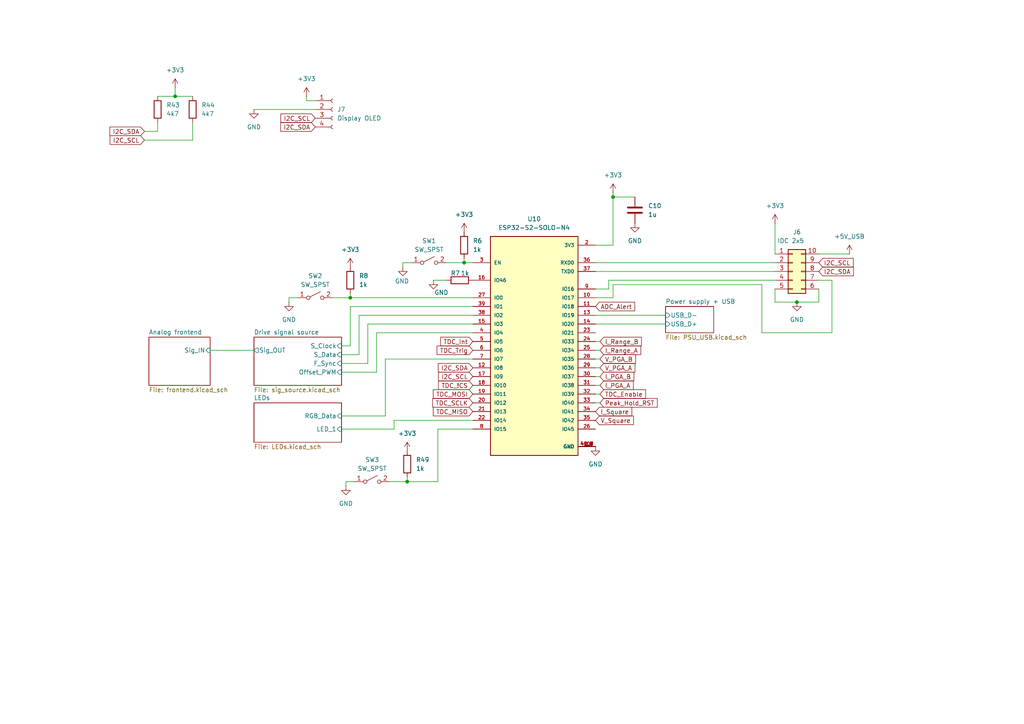
<source format=kicad_sch>
(kicad_sch
	(version 20250114)
	(generator "eeschema")
	(generator_version "9.0")
	(uuid "16346e7b-8abe-4c50-bf10-43609be2b1c5")
	(paper "A4")
	(title_block
		(title "LCR Meter - Microcontroller")
		(date "2025-01-20")
		(rev "1")
		(company "Vojtěch Glombíček")
	)
	(lib_symbols
		(symbol "Connector:Conn_01x04_Socket"
			(pin_names
				(offset 1.016)
				(hide yes)
			)
			(exclude_from_sim no)
			(in_bom yes)
			(on_board yes)
			(property "Reference" "J"
				(at 0 5.08 0)
				(effects
					(font
						(size 1.27 1.27)
					)
				)
			)
			(property "Value" "Conn_01x04_Socket"
				(at 0 -7.62 0)
				(effects
					(font
						(size 1.27 1.27)
					)
				)
			)
			(property "Footprint" ""
				(at 0 0 0)
				(effects
					(font
						(size 1.27 1.27)
					)
					(hide yes)
				)
			)
			(property "Datasheet" "~"
				(at 0 0 0)
				(effects
					(font
						(size 1.27 1.27)
					)
					(hide yes)
				)
			)
			(property "Description" "Generic connector, single row, 01x04, script generated"
				(at 0 0 0)
				(effects
					(font
						(size 1.27 1.27)
					)
					(hide yes)
				)
			)
			(property "ki_locked" ""
				(at 0 0 0)
				(effects
					(font
						(size 1.27 1.27)
					)
				)
			)
			(property "ki_keywords" "connector"
				(at 0 0 0)
				(effects
					(font
						(size 1.27 1.27)
					)
					(hide yes)
				)
			)
			(property "ki_fp_filters" "Connector*:*_1x??_*"
				(at 0 0 0)
				(effects
					(font
						(size 1.27 1.27)
					)
					(hide yes)
				)
			)
			(symbol "Conn_01x04_Socket_1_1"
				(polyline
					(pts
						(xy -1.27 2.54) (xy -0.508 2.54)
					)
					(stroke
						(width 0.1524)
						(type default)
					)
					(fill
						(type none)
					)
				)
				(polyline
					(pts
						(xy -1.27 0) (xy -0.508 0)
					)
					(stroke
						(width 0.1524)
						(type default)
					)
					(fill
						(type none)
					)
				)
				(polyline
					(pts
						(xy -1.27 -2.54) (xy -0.508 -2.54)
					)
					(stroke
						(width 0.1524)
						(type default)
					)
					(fill
						(type none)
					)
				)
				(polyline
					(pts
						(xy -1.27 -5.08) (xy -0.508 -5.08)
					)
					(stroke
						(width 0.1524)
						(type default)
					)
					(fill
						(type none)
					)
				)
				(arc
					(start 0 2.032)
					(mid -0.5058 2.54)
					(end 0 3.048)
					(stroke
						(width 0.1524)
						(type default)
					)
					(fill
						(type none)
					)
				)
				(arc
					(start 0 -0.508)
					(mid -0.5058 0)
					(end 0 0.508)
					(stroke
						(width 0.1524)
						(type default)
					)
					(fill
						(type none)
					)
				)
				(arc
					(start 0 -3.048)
					(mid -0.5058 -2.54)
					(end 0 -2.032)
					(stroke
						(width 0.1524)
						(type default)
					)
					(fill
						(type none)
					)
				)
				(arc
					(start 0 -5.588)
					(mid -0.5058 -5.08)
					(end 0 -4.572)
					(stroke
						(width 0.1524)
						(type default)
					)
					(fill
						(type none)
					)
				)
				(pin passive line
					(at -5.08 2.54 0)
					(length 3.81)
					(name "Pin_1"
						(effects
							(font
								(size 1.27 1.27)
							)
						)
					)
					(number "1"
						(effects
							(font
								(size 1.27 1.27)
							)
						)
					)
				)
				(pin passive line
					(at -5.08 0 0)
					(length 3.81)
					(name "Pin_2"
						(effects
							(font
								(size 1.27 1.27)
							)
						)
					)
					(number "2"
						(effects
							(font
								(size 1.27 1.27)
							)
						)
					)
				)
				(pin passive line
					(at -5.08 -2.54 0)
					(length 3.81)
					(name "Pin_3"
						(effects
							(font
								(size 1.27 1.27)
							)
						)
					)
					(number "3"
						(effects
							(font
								(size 1.27 1.27)
							)
						)
					)
				)
				(pin passive line
					(at -5.08 -5.08 0)
					(length 3.81)
					(name "Pin_4"
						(effects
							(font
								(size 1.27 1.27)
							)
						)
					)
					(number "4"
						(effects
							(font
								(size 1.27 1.27)
							)
						)
					)
				)
			)
			(embedded_fonts no)
		)
		(symbol "Connector_Generic:Conn_02x05_Counter_Clockwise"
			(pin_names
				(offset 1.016)
				(hide yes)
			)
			(exclude_from_sim no)
			(in_bom yes)
			(on_board yes)
			(property "Reference" "J"
				(at 1.27 7.62 0)
				(effects
					(font
						(size 1.27 1.27)
					)
				)
			)
			(property "Value" "Conn_02x05_Counter_Clockwise"
				(at 1.27 -7.62 0)
				(effects
					(font
						(size 1.27 1.27)
					)
				)
			)
			(property "Footprint" ""
				(at 0 0 0)
				(effects
					(font
						(size 1.27 1.27)
					)
					(hide yes)
				)
			)
			(property "Datasheet" "~"
				(at 0 0 0)
				(effects
					(font
						(size 1.27 1.27)
					)
					(hide yes)
				)
			)
			(property "Description" "Generic connector, double row, 02x05, counter clockwise pin numbering scheme (similar to DIP package numbering), script generated (kicad-library-utils/schlib/autogen/connector/)"
				(at 0 0 0)
				(effects
					(font
						(size 1.27 1.27)
					)
					(hide yes)
				)
			)
			(property "ki_keywords" "connector"
				(at 0 0 0)
				(effects
					(font
						(size 1.27 1.27)
					)
					(hide yes)
				)
			)
			(property "ki_fp_filters" "Connector*:*_2x??_*"
				(at 0 0 0)
				(effects
					(font
						(size 1.27 1.27)
					)
					(hide yes)
				)
			)
			(symbol "Conn_02x05_Counter_Clockwise_1_1"
				(rectangle
					(start -1.27 6.35)
					(end 3.81 -6.35)
					(stroke
						(width 0.254)
						(type default)
					)
					(fill
						(type background)
					)
				)
				(rectangle
					(start -1.27 5.207)
					(end 0 4.953)
					(stroke
						(width 0.1524)
						(type default)
					)
					(fill
						(type none)
					)
				)
				(rectangle
					(start -1.27 2.667)
					(end 0 2.413)
					(stroke
						(width 0.1524)
						(type default)
					)
					(fill
						(type none)
					)
				)
				(rectangle
					(start -1.27 0.127)
					(end 0 -0.127)
					(stroke
						(width 0.1524)
						(type default)
					)
					(fill
						(type none)
					)
				)
				(rectangle
					(start -1.27 -2.413)
					(end 0 -2.667)
					(stroke
						(width 0.1524)
						(type default)
					)
					(fill
						(type none)
					)
				)
				(rectangle
					(start -1.27 -4.953)
					(end 0 -5.207)
					(stroke
						(width 0.1524)
						(type default)
					)
					(fill
						(type none)
					)
				)
				(rectangle
					(start 3.81 5.207)
					(end 2.54 4.953)
					(stroke
						(width 0.1524)
						(type default)
					)
					(fill
						(type none)
					)
				)
				(rectangle
					(start 3.81 2.667)
					(end 2.54 2.413)
					(stroke
						(width 0.1524)
						(type default)
					)
					(fill
						(type none)
					)
				)
				(rectangle
					(start 3.81 0.127)
					(end 2.54 -0.127)
					(stroke
						(width 0.1524)
						(type default)
					)
					(fill
						(type none)
					)
				)
				(rectangle
					(start 3.81 -2.413)
					(end 2.54 -2.667)
					(stroke
						(width 0.1524)
						(type default)
					)
					(fill
						(type none)
					)
				)
				(rectangle
					(start 3.81 -4.953)
					(end 2.54 -5.207)
					(stroke
						(width 0.1524)
						(type default)
					)
					(fill
						(type none)
					)
				)
				(pin passive line
					(at -5.08 5.08 0)
					(length 3.81)
					(name "Pin_1"
						(effects
							(font
								(size 1.27 1.27)
							)
						)
					)
					(number "1"
						(effects
							(font
								(size 1.27 1.27)
							)
						)
					)
				)
				(pin passive line
					(at -5.08 2.54 0)
					(length 3.81)
					(name "Pin_2"
						(effects
							(font
								(size 1.27 1.27)
							)
						)
					)
					(number "2"
						(effects
							(font
								(size 1.27 1.27)
							)
						)
					)
				)
				(pin passive line
					(at -5.08 0 0)
					(length 3.81)
					(name "Pin_3"
						(effects
							(font
								(size 1.27 1.27)
							)
						)
					)
					(number "3"
						(effects
							(font
								(size 1.27 1.27)
							)
						)
					)
				)
				(pin passive line
					(at -5.08 -2.54 0)
					(length 3.81)
					(name "Pin_4"
						(effects
							(font
								(size 1.27 1.27)
							)
						)
					)
					(number "4"
						(effects
							(font
								(size 1.27 1.27)
							)
						)
					)
				)
				(pin passive line
					(at -5.08 -5.08 0)
					(length 3.81)
					(name "Pin_5"
						(effects
							(font
								(size 1.27 1.27)
							)
						)
					)
					(number "5"
						(effects
							(font
								(size 1.27 1.27)
							)
						)
					)
				)
				(pin passive line
					(at 7.62 5.08 180)
					(length 3.81)
					(name "Pin_10"
						(effects
							(font
								(size 1.27 1.27)
							)
						)
					)
					(number "10"
						(effects
							(font
								(size 1.27 1.27)
							)
						)
					)
				)
				(pin passive line
					(at 7.62 2.54 180)
					(length 3.81)
					(name "Pin_9"
						(effects
							(font
								(size 1.27 1.27)
							)
						)
					)
					(number "9"
						(effects
							(font
								(size 1.27 1.27)
							)
						)
					)
				)
				(pin passive line
					(at 7.62 0 180)
					(length 3.81)
					(name "Pin_8"
						(effects
							(font
								(size 1.27 1.27)
							)
						)
					)
					(number "8"
						(effects
							(font
								(size 1.27 1.27)
							)
						)
					)
				)
				(pin passive line
					(at 7.62 -2.54 180)
					(length 3.81)
					(name "Pin_7"
						(effects
							(font
								(size 1.27 1.27)
							)
						)
					)
					(number "7"
						(effects
							(font
								(size 1.27 1.27)
							)
						)
					)
				)
				(pin passive line
					(at 7.62 -5.08 180)
					(length 3.81)
					(name "Pin_6"
						(effects
							(font
								(size 1.27 1.27)
							)
						)
					)
					(number "6"
						(effects
							(font
								(size 1.27 1.27)
							)
						)
					)
				)
			)
			(embedded_fonts no)
		)
		(symbol "Device:C"
			(pin_numbers
				(hide yes)
			)
			(pin_names
				(offset 0.254)
			)
			(exclude_from_sim no)
			(in_bom yes)
			(on_board yes)
			(property "Reference" "C"
				(at 0.635 2.54 0)
				(effects
					(font
						(size 1.27 1.27)
					)
					(justify left)
				)
			)
			(property "Value" "C"
				(at 0.635 -2.54 0)
				(effects
					(font
						(size 1.27 1.27)
					)
					(justify left)
				)
			)
			(property "Footprint" ""
				(at 0.9652 -3.81 0)
				(effects
					(font
						(size 1.27 1.27)
					)
					(hide yes)
				)
			)
			(property "Datasheet" "~"
				(at 0 0 0)
				(effects
					(font
						(size 1.27 1.27)
					)
					(hide yes)
				)
			)
			(property "Description" "Unpolarized capacitor"
				(at 0 0 0)
				(effects
					(font
						(size 1.27 1.27)
					)
					(hide yes)
				)
			)
			(property "ki_keywords" "cap capacitor"
				(at 0 0 0)
				(effects
					(font
						(size 1.27 1.27)
					)
					(hide yes)
				)
			)
			(property "ki_fp_filters" "C_*"
				(at 0 0 0)
				(effects
					(font
						(size 1.27 1.27)
					)
					(hide yes)
				)
			)
			(symbol "C_0_1"
				(polyline
					(pts
						(xy -2.032 0.762) (xy 2.032 0.762)
					)
					(stroke
						(width 0.508)
						(type default)
					)
					(fill
						(type none)
					)
				)
				(polyline
					(pts
						(xy -2.032 -0.762) (xy 2.032 -0.762)
					)
					(stroke
						(width 0.508)
						(type default)
					)
					(fill
						(type none)
					)
				)
			)
			(symbol "C_1_1"
				(pin passive line
					(at 0 3.81 270)
					(length 2.794)
					(name "~"
						(effects
							(font
								(size 1.27 1.27)
							)
						)
					)
					(number "1"
						(effects
							(font
								(size 1.27 1.27)
							)
						)
					)
				)
				(pin passive line
					(at 0 -3.81 90)
					(length 2.794)
					(name "~"
						(effects
							(font
								(size 1.27 1.27)
							)
						)
					)
					(number "2"
						(effects
							(font
								(size 1.27 1.27)
							)
						)
					)
				)
			)
			(embedded_fonts no)
		)
		(symbol "Device:R"
			(pin_numbers
				(hide yes)
			)
			(pin_names
				(offset 0)
			)
			(exclude_from_sim no)
			(in_bom yes)
			(on_board yes)
			(property "Reference" "R"
				(at 2.032 0 90)
				(effects
					(font
						(size 1.27 1.27)
					)
				)
			)
			(property "Value" "R"
				(at 0 0 90)
				(effects
					(font
						(size 1.27 1.27)
					)
				)
			)
			(property "Footprint" ""
				(at -1.778 0 90)
				(effects
					(font
						(size 1.27 1.27)
					)
					(hide yes)
				)
			)
			(property "Datasheet" "~"
				(at 0 0 0)
				(effects
					(font
						(size 1.27 1.27)
					)
					(hide yes)
				)
			)
			(property "Description" "Resistor"
				(at 0 0 0)
				(effects
					(font
						(size 1.27 1.27)
					)
					(hide yes)
				)
			)
			(property "ki_keywords" "R res resistor"
				(at 0 0 0)
				(effects
					(font
						(size 1.27 1.27)
					)
					(hide yes)
				)
			)
			(property "ki_fp_filters" "R_*"
				(at 0 0 0)
				(effects
					(font
						(size 1.27 1.27)
					)
					(hide yes)
				)
			)
			(symbol "R_0_1"
				(rectangle
					(start -1.016 -2.54)
					(end 1.016 2.54)
					(stroke
						(width 0.254)
						(type default)
					)
					(fill
						(type none)
					)
				)
			)
			(symbol "R_1_1"
				(pin passive line
					(at 0 3.81 270)
					(length 1.27)
					(name "~"
						(effects
							(font
								(size 1.27 1.27)
							)
						)
					)
					(number "1"
						(effects
							(font
								(size 1.27 1.27)
							)
						)
					)
				)
				(pin passive line
					(at 0 -3.81 90)
					(length 1.27)
					(name "~"
						(effects
							(font
								(size 1.27 1.27)
							)
						)
					)
					(number "2"
						(effects
							(font
								(size 1.27 1.27)
							)
						)
					)
				)
			)
			(embedded_fonts no)
		)
		(symbol "Snapeda:ESP32-S2-SOLO-N4"
			(pin_names
				(offset 1.016)
			)
			(exclude_from_sim no)
			(in_bom yes)
			(on_board yes)
			(property "Reference" "U"
				(at -12.7 33.782 0)
				(effects
					(font
						(size 1.27 1.27)
					)
					(justify left bottom)
				)
			)
			(property "Value" "ESP32-S2-SOLO-N4"
				(at -12.7 -33.02 0)
				(effects
					(font
						(size 1.27 1.27)
					)
					(justify left bottom)
				)
			)
			(property "Footprint" "Snapeda:ESP32-S2-SOLO-N4_XCVR_ESP32-S2-SOLO-N4"
				(at 0 0 0)
				(effects
					(font
						(size 1.27 1.27)
					)
					(justify bottom)
					(hide yes)
				)
			)
			(property "Datasheet" ""
				(at 0 0 0)
				(effects
					(font
						(size 1.27 1.27)
					)
					(hide yes)
				)
			)
			(property "Description" ""
				(at 0 0 0)
				(effects
					(font
						(size 1.27 1.27)
					)
					(hide yes)
				)
			)
			(property "MF" "Espressif Systems"
				(at 0 0 0)
				(effects
					(font
						(size 1.27 1.27)
					)
					(justify bottom)
					(hide yes)
				)
			)
			(property "MAXIMUM_PACKAGE_HEIGHT" "3.25 mm"
				(at 0 0 0)
				(effects
					(font
						(size 1.27 1.27)
					)
					(justify bottom)
					(hide yes)
				)
			)
			(property "Package" "None"
				(at 0 0 0)
				(effects
					(font
						(size 1.27 1.27)
					)
					(justify bottom)
					(hide yes)
				)
			)
			(property "Price" "None"
				(at 0 0 0)
				(effects
					(font
						(size 1.27 1.27)
					)
					(justify bottom)
					(hide yes)
				)
			)
			(property "Check_prices" "https://www.snapeda.com/parts/ESP32-S2-SOLO-N4/Espressif+Systems/view-part/?ref=eda"
				(at 0 0 0)
				(effects
					(font
						(size 1.27 1.27)
					)
					(justify bottom)
					(hide yes)
				)
			)
			(property "STANDARD" "Manufacturer Recommendations"
				(at 0 0 0)
				(effects
					(font
						(size 1.27 1.27)
					)
					(justify bottom)
					(hide yes)
				)
			)
			(property "PARTREV" "1.6"
				(at 0 0 0)
				(effects
					(font
						(size 1.27 1.27)
					)
					(justify bottom)
					(hide yes)
				)
			)
			(property "SnapEDA_Link" "https://www.snapeda.com/parts/ESP32-S2-SOLO-N4/Espressif+Systems/view-part/?ref=snap"
				(at 0 0 0)
				(effects
					(font
						(size 1.27 1.27)
					)
					(justify bottom)
					(hide yes)
				)
			)
			(property "MP" "ESP32-S2-SOLO-N4"
				(at 0 0 0)
				(effects
					(font
						(size 1.27 1.27)
					)
					(justify bottom)
					(hide yes)
				)
			)
			(property "Description_1" "\nWiFi 802.11b/g/n Transceiver Module 2.4GHz PCB Trace + IPEX Surface Mount\n"
				(at 0 0 0)
				(effects
					(font
						(size 1.27 1.27)
					)
					(justify bottom)
					(hide yes)
				)
			)
			(property "Availability" "In Stock"
				(at 0 0 0)
				(effects
					(font
						(size 1.27 1.27)
					)
					(justify bottom)
					(hide yes)
				)
			)
			(property "MANUFACTURER" "Espressif Systems"
				(at 0 0 0)
				(effects
					(font
						(size 1.27 1.27)
					)
					(justify bottom)
					(hide yes)
				)
			)
			(symbol "ESP32-S2-SOLO-N4_0_0"
				(rectangle
					(start -12.7 -30.48)
					(end 12.7 33.02)
					(stroke
						(width 0.254)
						(type default)
					)
					(fill
						(type background)
					)
				)
				(pin input line
					(at -17.78 25.4 0)
					(length 5.08)
					(name "EN"
						(effects
							(font
								(size 1.016 1.016)
							)
						)
					)
					(number "3"
						(effects
							(font
								(size 1.016 1.016)
							)
						)
					)
				)
				(pin input line
					(at -17.78 20.32 0)
					(length 5.08)
					(name "IO46"
						(effects
							(font
								(size 1.016 1.016)
							)
						)
					)
					(number "16"
						(effects
							(font
								(size 1.016 1.016)
							)
						)
					)
				)
				(pin bidirectional line
					(at -17.78 15.24 0)
					(length 5.08)
					(name "IO0"
						(effects
							(font
								(size 1.016 1.016)
							)
						)
					)
					(number "27"
						(effects
							(font
								(size 1.016 1.016)
							)
						)
					)
				)
				(pin bidirectional line
					(at -17.78 12.7 0)
					(length 5.08)
					(name "IO1"
						(effects
							(font
								(size 1.016 1.016)
							)
						)
					)
					(number "39"
						(effects
							(font
								(size 1.016 1.016)
							)
						)
					)
				)
				(pin bidirectional line
					(at -17.78 10.16 0)
					(length 5.08)
					(name "IO2"
						(effects
							(font
								(size 1.016 1.016)
							)
						)
					)
					(number "38"
						(effects
							(font
								(size 1.016 1.016)
							)
						)
					)
				)
				(pin bidirectional line
					(at -17.78 7.62 0)
					(length 5.08)
					(name "IO3"
						(effects
							(font
								(size 1.016 1.016)
							)
						)
					)
					(number "15"
						(effects
							(font
								(size 1.016 1.016)
							)
						)
					)
				)
				(pin bidirectional line
					(at -17.78 5.08 0)
					(length 5.08)
					(name "IO4"
						(effects
							(font
								(size 1.016 1.016)
							)
						)
					)
					(number "4"
						(effects
							(font
								(size 1.016 1.016)
							)
						)
					)
				)
				(pin bidirectional line
					(at -17.78 2.54 0)
					(length 5.08)
					(name "IO5"
						(effects
							(font
								(size 1.016 1.016)
							)
						)
					)
					(number "5"
						(effects
							(font
								(size 1.016 1.016)
							)
						)
					)
				)
				(pin bidirectional line
					(at -17.78 0 0)
					(length 5.08)
					(name "IO6"
						(effects
							(font
								(size 1.016 1.016)
							)
						)
					)
					(number "6"
						(effects
							(font
								(size 1.016 1.016)
							)
						)
					)
				)
				(pin bidirectional line
					(at -17.78 -2.54 0)
					(length 5.08)
					(name "IO7"
						(effects
							(font
								(size 1.016 1.016)
							)
						)
					)
					(number "7"
						(effects
							(font
								(size 1.016 1.016)
							)
						)
					)
				)
				(pin bidirectional line
					(at -17.78 -5.08 0)
					(length 5.08)
					(name "IO8"
						(effects
							(font
								(size 1.016 1.016)
							)
						)
					)
					(number "12"
						(effects
							(font
								(size 1.016 1.016)
							)
						)
					)
				)
				(pin bidirectional line
					(at -17.78 -7.62 0)
					(length 5.08)
					(name "IO9"
						(effects
							(font
								(size 1.016 1.016)
							)
						)
					)
					(number "17"
						(effects
							(font
								(size 1.016 1.016)
							)
						)
					)
				)
				(pin bidirectional line
					(at -17.78 -10.16 0)
					(length 5.08)
					(name "IO10"
						(effects
							(font
								(size 1.016 1.016)
							)
						)
					)
					(number "18"
						(effects
							(font
								(size 1.016 1.016)
							)
						)
					)
				)
				(pin bidirectional line
					(at -17.78 -12.7 0)
					(length 5.08)
					(name "IO11"
						(effects
							(font
								(size 1.016 1.016)
							)
						)
					)
					(number "19"
						(effects
							(font
								(size 1.016 1.016)
							)
						)
					)
				)
				(pin bidirectional line
					(at -17.78 -15.24 0)
					(length 5.08)
					(name "IO12"
						(effects
							(font
								(size 1.016 1.016)
							)
						)
					)
					(number "20"
						(effects
							(font
								(size 1.016 1.016)
							)
						)
					)
				)
				(pin bidirectional line
					(at -17.78 -17.78 0)
					(length 5.08)
					(name "IO13"
						(effects
							(font
								(size 1.016 1.016)
							)
						)
					)
					(number "21"
						(effects
							(font
								(size 1.016 1.016)
							)
						)
					)
				)
				(pin bidirectional line
					(at -17.78 -20.32 0)
					(length 5.08)
					(name "IO14"
						(effects
							(font
								(size 1.016 1.016)
							)
						)
					)
					(number "22"
						(effects
							(font
								(size 1.016 1.016)
							)
						)
					)
				)
				(pin bidirectional line
					(at -17.78 -22.86 0)
					(length 5.08)
					(name "IO15"
						(effects
							(font
								(size 1.016 1.016)
							)
						)
					)
					(number "8"
						(effects
							(font
								(size 1.016 1.016)
							)
						)
					)
				)
				(pin power_in line
					(at 17.78 30.48 180)
					(length 5.08)
					(name "3V3"
						(effects
							(font
								(size 1.016 1.016)
							)
						)
					)
					(number "2"
						(effects
							(font
								(size 1.016 1.016)
							)
						)
					)
				)
				(pin bidirectional line
					(at 17.78 25.4 180)
					(length 5.08)
					(name "RXD0"
						(effects
							(font
								(size 1.016 1.016)
							)
						)
					)
					(number "36"
						(effects
							(font
								(size 1.016 1.016)
							)
						)
					)
				)
				(pin bidirectional line
					(at 17.78 22.86 180)
					(length 5.08)
					(name "TXD0"
						(effects
							(font
								(size 1.016 1.016)
							)
						)
					)
					(number "37"
						(effects
							(font
								(size 1.016 1.016)
							)
						)
					)
				)
				(pin bidirectional line
					(at 17.78 17.78 180)
					(length 5.08)
					(name "IO16"
						(effects
							(font
								(size 1.016 1.016)
							)
						)
					)
					(number "9"
						(effects
							(font
								(size 1.016 1.016)
							)
						)
					)
				)
				(pin bidirectional line
					(at 17.78 15.24 180)
					(length 5.08)
					(name "IO17"
						(effects
							(font
								(size 1.016 1.016)
							)
						)
					)
					(number "10"
						(effects
							(font
								(size 1.016 1.016)
							)
						)
					)
				)
				(pin bidirectional line
					(at 17.78 12.7 180)
					(length 5.08)
					(name "IO18"
						(effects
							(font
								(size 1.016 1.016)
							)
						)
					)
					(number "11"
						(effects
							(font
								(size 1.016 1.016)
							)
						)
					)
				)
				(pin bidirectional line
					(at 17.78 10.16 180)
					(length 5.08)
					(name "IO19"
						(effects
							(font
								(size 1.016 1.016)
							)
						)
					)
					(number "13"
						(effects
							(font
								(size 1.016 1.016)
							)
						)
					)
				)
				(pin bidirectional line
					(at 17.78 7.62 180)
					(length 5.08)
					(name "IO20"
						(effects
							(font
								(size 1.016 1.016)
							)
						)
					)
					(number "14"
						(effects
							(font
								(size 1.016 1.016)
							)
						)
					)
				)
				(pin bidirectional line
					(at 17.78 5.08 180)
					(length 5.08)
					(name "IO21"
						(effects
							(font
								(size 1.016 1.016)
							)
						)
					)
					(number "23"
						(effects
							(font
								(size 1.016 1.016)
							)
						)
					)
				)
				(pin bidirectional line
					(at 17.78 2.54 180)
					(length 5.08)
					(name "IO33"
						(effects
							(font
								(size 1.016 1.016)
							)
						)
					)
					(number "24"
						(effects
							(font
								(size 1.016 1.016)
							)
						)
					)
				)
				(pin bidirectional line
					(at 17.78 0 180)
					(length 5.08)
					(name "IO34"
						(effects
							(font
								(size 1.016 1.016)
							)
						)
					)
					(number "25"
						(effects
							(font
								(size 1.016 1.016)
							)
						)
					)
				)
				(pin bidirectional line
					(at 17.78 -2.54 180)
					(length 5.08)
					(name "IO35"
						(effects
							(font
								(size 1.016 1.016)
							)
						)
					)
					(number "28"
						(effects
							(font
								(size 1.016 1.016)
							)
						)
					)
				)
				(pin bidirectional line
					(at 17.78 -5.08 180)
					(length 5.08)
					(name "IO36"
						(effects
							(font
								(size 1.016 1.016)
							)
						)
					)
					(number "29"
						(effects
							(font
								(size 1.016 1.016)
							)
						)
					)
				)
				(pin bidirectional line
					(at 17.78 -7.62 180)
					(length 5.08)
					(name "IO37"
						(effects
							(font
								(size 1.016 1.016)
							)
						)
					)
					(number "30"
						(effects
							(font
								(size 1.016 1.016)
							)
						)
					)
				)
				(pin bidirectional line
					(at 17.78 -10.16 180)
					(length 5.08)
					(name "IO38"
						(effects
							(font
								(size 1.016 1.016)
							)
						)
					)
					(number "31"
						(effects
							(font
								(size 1.016 1.016)
							)
						)
					)
				)
				(pin bidirectional line
					(at 17.78 -12.7 180)
					(length 5.08)
					(name "IO39"
						(effects
							(font
								(size 1.016 1.016)
							)
						)
					)
					(number "32"
						(effects
							(font
								(size 1.016 1.016)
							)
						)
					)
				)
				(pin bidirectional line
					(at 17.78 -15.24 180)
					(length 5.08)
					(name "IO40"
						(effects
							(font
								(size 1.016 1.016)
							)
						)
					)
					(number "33"
						(effects
							(font
								(size 1.016 1.016)
							)
						)
					)
				)
				(pin bidirectional line
					(at 17.78 -17.78 180)
					(length 5.08)
					(name "IO41"
						(effects
							(font
								(size 1.016 1.016)
							)
						)
					)
					(number "34"
						(effects
							(font
								(size 1.016 1.016)
							)
						)
					)
				)
				(pin bidirectional line
					(at 17.78 -20.32 180)
					(length 5.08)
					(name "IO42"
						(effects
							(font
								(size 1.016 1.016)
							)
						)
					)
					(number "35"
						(effects
							(font
								(size 1.016 1.016)
							)
						)
					)
				)
				(pin bidirectional line
					(at 17.78 -22.86 180)
					(length 5.08)
					(name "IO45"
						(effects
							(font
								(size 1.016 1.016)
							)
						)
					)
					(number "26"
						(effects
							(font
								(size 1.016 1.016)
							)
						)
					)
				)
				(pin power_in line
					(at 17.78 -27.94 180)
					(length 5.08)
					(name "GND"
						(effects
							(font
								(size 1.016 1.016)
							)
						)
					)
					(number "1"
						(effects
							(font
								(size 1.016 1.016)
							)
						)
					)
				)
				(pin power_in line
					(at 17.78 -27.94 180)
					(length 5.08)
					(name "GND"
						(effects
							(font
								(size 1.016 1.016)
							)
						)
					)
					(number "40"
						(effects
							(font
								(size 1.016 1.016)
							)
						)
					)
				)
				(pin power_in line
					(at 17.78 -27.94 180)
					(length 5.08)
					(name "GND"
						(effects
							(font
								(size 1.016 1.016)
							)
						)
					)
					(number "41_1"
						(effects
							(font
								(size 1.016 1.016)
							)
						)
					)
				)
				(pin power_in line
					(at 17.78 -27.94 180)
					(length 5.08)
					(name "GND"
						(effects
							(font
								(size 1.016 1.016)
							)
						)
					)
					(number "41_2"
						(effects
							(font
								(size 1.016 1.016)
							)
						)
					)
				)
				(pin power_in line
					(at 17.78 -27.94 180)
					(length 5.08)
					(name "GND"
						(effects
							(font
								(size 1.016 1.016)
							)
						)
					)
					(number "41_3"
						(effects
							(font
								(size 1.016 1.016)
							)
						)
					)
				)
				(pin power_in line
					(at 17.78 -27.94 180)
					(length 5.08)
					(name "GND"
						(effects
							(font
								(size 1.016 1.016)
							)
						)
					)
					(number "41_4"
						(effects
							(font
								(size 1.016 1.016)
							)
						)
					)
				)
				(pin power_in line
					(at 17.78 -27.94 180)
					(length 5.08)
					(name "GND"
						(effects
							(font
								(size 1.016 1.016)
							)
						)
					)
					(number "41_5"
						(effects
							(font
								(size 1.016 1.016)
							)
						)
					)
				)
				(pin power_in line
					(at 17.78 -27.94 180)
					(length 5.08)
					(name "GND"
						(effects
							(font
								(size 1.016 1.016)
							)
						)
					)
					(number "41_6"
						(effects
							(font
								(size 1.016 1.016)
							)
						)
					)
				)
				(pin power_in line
					(at 17.78 -27.94 180)
					(length 5.08)
					(name "GND"
						(effects
							(font
								(size 1.016 1.016)
							)
						)
					)
					(number "41_7"
						(effects
							(font
								(size 1.016 1.016)
							)
						)
					)
				)
				(pin power_in line
					(at 17.78 -27.94 180)
					(length 5.08)
					(name "GND"
						(effects
							(font
								(size 1.016 1.016)
							)
						)
					)
					(number "41_8"
						(effects
							(font
								(size 1.016 1.016)
							)
						)
					)
				)
				(pin power_in line
					(at 17.78 -27.94 180)
					(length 5.08)
					(name "GND"
						(effects
							(font
								(size 1.016 1.016)
							)
						)
					)
					(number "41_9"
						(effects
							(font
								(size 1.016 1.016)
							)
						)
					)
				)
			)
			(embedded_fonts no)
		)
		(symbol "Switch:SW_SPST"
			(pin_names
				(offset 0)
				(hide yes)
			)
			(exclude_from_sim no)
			(in_bom yes)
			(on_board yes)
			(property "Reference" "SW"
				(at 0 3.175 0)
				(effects
					(font
						(size 1.27 1.27)
					)
				)
			)
			(property "Value" "SW_SPST"
				(at 0 -2.54 0)
				(effects
					(font
						(size 1.27 1.27)
					)
				)
			)
			(property "Footprint" ""
				(at 0 0 0)
				(effects
					(font
						(size 1.27 1.27)
					)
					(hide yes)
				)
			)
			(property "Datasheet" "~"
				(at 0 0 0)
				(effects
					(font
						(size 1.27 1.27)
					)
					(hide yes)
				)
			)
			(property "Description" "Single Pole Single Throw (SPST) switch"
				(at 0 0 0)
				(effects
					(font
						(size 1.27 1.27)
					)
					(hide yes)
				)
			)
			(property "ki_keywords" "switch lever"
				(at 0 0 0)
				(effects
					(font
						(size 1.27 1.27)
					)
					(hide yes)
				)
			)
			(symbol "SW_SPST_0_0"
				(circle
					(center -2.032 0)
					(radius 0.508)
					(stroke
						(width 0)
						(type default)
					)
					(fill
						(type none)
					)
				)
				(polyline
					(pts
						(xy -1.524 0.254) (xy 1.524 1.778)
					)
					(stroke
						(width 0)
						(type default)
					)
					(fill
						(type none)
					)
				)
				(circle
					(center 2.032 0)
					(radius 0.508)
					(stroke
						(width 0)
						(type default)
					)
					(fill
						(type none)
					)
				)
			)
			(symbol "SW_SPST_1_1"
				(pin passive line
					(at -5.08 0 0)
					(length 2.54)
					(name "A"
						(effects
							(font
								(size 1.27 1.27)
							)
						)
					)
					(number "1"
						(effects
							(font
								(size 1.27 1.27)
							)
						)
					)
				)
				(pin passive line
					(at 5.08 0 180)
					(length 2.54)
					(name "B"
						(effects
							(font
								(size 1.27 1.27)
							)
						)
					)
					(number "2"
						(effects
							(font
								(size 1.27 1.27)
							)
						)
					)
				)
			)
			(embedded_fonts no)
		)
		(symbol "power:+3V3"
			(power)
			(pin_numbers
				(hide yes)
			)
			(pin_names
				(offset 0)
				(hide yes)
			)
			(exclude_from_sim no)
			(in_bom yes)
			(on_board yes)
			(property "Reference" "#PWR"
				(at 0 -3.81 0)
				(effects
					(font
						(size 1.27 1.27)
					)
					(hide yes)
				)
			)
			(property "Value" "+3V3"
				(at 0 3.556 0)
				(effects
					(font
						(size 1.27 1.27)
					)
				)
			)
			(property "Footprint" ""
				(at 0 0 0)
				(effects
					(font
						(size 1.27 1.27)
					)
					(hide yes)
				)
			)
			(property "Datasheet" ""
				(at 0 0 0)
				(effects
					(font
						(size 1.27 1.27)
					)
					(hide yes)
				)
			)
			(property "Description" "Power symbol creates a global label with name \"+3V3\""
				(at 0 0 0)
				(effects
					(font
						(size 1.27 1.27)
					)
					(hide yes)
				)
			)
			(property "ki_keywords" "global power"
				(at 0 0 0)
				(effects
					(font
						(size 1.27 1.27)
					)
					(hide yes)
				)
			)
			(symbol "+3V3_0_1"
				(polyline
					(pts
						(xy -0.762 1.27) (xy 0 2.54)
					)
					(stroke
						(width 0)
						(type default)
					)
					(fill
						(type none)
					)
				)
				(polyline
					(pts
						(xy 0 2.54) (xy 0.762 1.27)
					)
					(stroke
						(width 0)
						(type default)
					)
					(fill
						(type none)
					)
				)
				(polyline
					(pts
						(xy 0 0) (xy 0 2.54)
					)
					(stroke
						(width 0)
						(type default)
					)
					(fill
						(type none)
					)
				)
			)
			(symbol "+3V3_1_1"
				(pin power_in line
					(at 0 0 90)
					(length 0)
					(name "~"
						(effects
							(font
								(size 1.27 1.27)
							)
						)
					)
					(number "1"
						(effects
							(font
								(size 1.27 1.27)
							)
						)
					)
				)
			)
			(embedded_fonts no)
		)
		(symbol "power:+5V"
			(power)
			(pin_numbers
				(hide yes)
			)
			(pin_names
				(offset 0)
				(hide yes)
			)
			(exclude_from_sim no)
			(in_bom yes)
			(on_board yes)
			(property "Reference" "#PWR"
				(at 0 -3.81 0)
				(effects
					(font
						(size 1.27 1.27)
					)
					(hide yes)
				)
			)
			(property "Value" "+5V"
				(at 0 3.556 0)
				(effects
					(font
						(size 1.27 1.27)
					)
				)
			)
			(property "Footprint" ""
				(at 0 0 0)
				(effects
					(font
						(size 1.27 1.27)
					)
					(hide yes)
				)
			)
			(property "Datasheet" ""
				(at 0 0 0)
				(effects
					(font
						(size 1.27 1.27)
					)
					(hide yes)
				)
			)
			(property "Description" "Power symbol creates a global label with name \"+5V\""
				(at 0 0 0)
				(effects
					(font
						(size 1.27 1.27)
					)
					(hide yes)
				)
			)
			(property "ki_keywords" "global power"
				(at 0 0 0)
				(effects
					(font
						(size 1.27 1.27)
					)
					(hide yes)
				)
			)
			(symbol "+5V_0_1"
				(polyline
					(pts
						(xy -0.762 1.27) (xy 0 2.54)
					)
					(stroke
						(width 0)
						(type default)
					)
					(fill
						(type none)
					)
				)
				(polyline
					(pts
						(xy 0 2.54) (xy 0.762 1.27)
					)
					(stroke
						(width 0)
						(type default)
					)
					(fill
						(type none)
					)
				)
				(polyline
					(pts
						(xy 0 0) (xy 0 2.54)
					)
					(stroke
						(width 0)
						(type default)
					)
					(fill
						(type none)
					)
				)
			)
			(symbol "+5V_1_1"
				(pin power_in line
					(at 0 0 90)
					(length 0)
					(name "~"
						(effects
							(font
								(size 1.27 1.27)
							)
						)
					)
					(number "1"
						(effects
							(font
								(size 1.27 1.27)
							)
						)
					)
				)
			)
			(embedded_fonts no)
		)
		(symbol "power:GND"
			(power)
			(pin_numbers
				(hide yes)
			)
			(pin_names
				(offset 0)
				(hide yes)
			)
			(exclude_from_sim no)
			(in_bom yes)
			(on_board yes)
			(property "Reference" "#PWR"
				(at 0 -6.35 0)
				(effects
					(font
						(size 1.27 1.27)
					)
					(hide yes)
				)
			)
			(property "Value" "GND"
				(at 0 -3.81 0)
				(effects
					(font
						(size 1.27 1.27)
					)
				)
			)
			(property "Footprint" ""
				(at 0 0 0)
				(effects
					(font
						(size 1.27 1.27)
					)
					(hide yes)
				)
			)
			(property "Datasheet" ""
				(at 0 0 0)
				(effects
					(font
						(size 1.27 1.27)
					)
					(hide yes)
				)
			)
			(property "Description" "Power symbol creates a global label with name \"GND\" , ground"
				(at 0 0 0)
				(effects
					(font
						(size 1.27 1.27)
					)
					(hide yes)
				)
			)
			(property "ki_keywords" "global power"
				(at 0 0 0)
				(effects
					(font
						(size 1.27 1.27)
					)
					(hide yes)
				)
			)
			(symbol "GND_0_1"
				(polyline
					(pts
						(xy 0 0) (xy 0 -1.27) (xy 1.27 -1.27) (xy 0 -2.54) (xy -1.27 -1.27) (xy 0 -1.27)
					)
					(stroke
						(width 0)
						(type default)
					)
					(fill
						(type none)
					)
				)
			)
			(symbol "GND_1_1"
				(pin power_in line
					(at 0 0 270)
					(length 0)
					(name "~"
						(effects
							(font
								(size 1.27 1.27)
							)
						)
					)
					(number "1"
						(effects
							(font
								(size 1.27 1.27)
							)
						)
					)
				)
			)
			(embedded_fonts no)
		)
	)
	(junction
		(at 50.8 27.94)
		(diameter 0)
		(color 0 0 0 0)
		(uuid "07002567-dc44-4b6a-90b2-058c371dce17")
	)
	(junction
		(at 134.62 76.2)
		(diameter 0)
		(color 0 0 0 0)
		(uuid "21988718-b787-4b25-afe8-9a8fc7e6d069")
	)
	(junction
		(at 118.11 139.7)
		(diameter 0)
		(color 0 0 0 0)
		(uuid "4e41854e-4fef-40ef-a9c3-38bc8dc2f748")
	)
	(junction
		(at 101.6 86.36)
		(diameter 0)
		(color 0 0 0 0)
		(uuid "899013f8-e581-46a3-b09e-7cbc41611bbf")
	)
	(junction
		(at 231.14 87.63)
		(diameter 0)
		(color 0 0 0 0)
		(uuid "aec272ea-622b-47e1-a3e1-9512e6640abe")
	)
	(junction
		(at 177.8 57.15)
		(diameter 0)
		(color 0 0 0 0)
		(uuid "e3cfe825-e4af-4402-a29a-c3b0e413e4a5")
	)
	(wire
		(pts
			(xy 101.6 88.9) (xy 101.6 100.33)
		)
		(stroke
			(width 0)
			(type default)
		)
		(uuid "05ea0ac2-0f1e-4245-8b5a-2c171cce87e0")
	)
	(wire
		(pts
			(xy 241.3 96.52) (xy 241.3 81.28)
		)
		(stroke
			(width 0)
			(type default)
		)
		(uuid "099bf69b-def5-4671-887d-0c1f98033ad0")
	)
	(wire
		(pts
			(xy 137.16 93.98) (xy 106.68 93.98)
		)
		(stroke
			(width 0)
			(type default)
		)
		(uuid "09fdc758-800f-4c68-a36b-45bd9046ae0f")
	)
	(wire
		(pts
			(xy 100.33 139.7) (xy 102.87 139.7)
		)
		(stroke
			(width 0)
			(type default)
		)
		(uuid "0a2c3541-71fc-4979-bd5b-dd59d277ec92")
	)
	(wire
		(pts
			(xy 96.52 86.36) (xy 101.6 86.36)
		)
		(stroke
			(width 0)
			(type default)
		)
		(uuid "1322a7ca-7201-49ae-a266-a216f94e3415")
	)
	(wire
		(pts
			(xy 41.91 38.1) (xy 45.72 38.1)
		)
		(stroke
			(width 0)
			(type default)
		)
		(uuid "17d72001-df4f-41bf-b327-8a90785b1536")
	)
	(wire
		(pts
			(xy 116.84 77.47) (xy 116.84 76.2)
		)
		(stroke
			(width 0)
			(type default)
		)
		(uuid "1c4ea1e3-3598-40be-944e-d18235fc5169")
	)
	(wire
		(pts
			(xy 173.99 104.14) (xy 172.72 104.14)
		)
		(stroke
			(width 0)
			(type default)
		)
		(uuid "20c1eda8-ad3f-445b-b4d0-9b1e8fb97915")
	)
	(wire
		(pts
			(xy 104.14 91.44) (xy 104.14 102.87)
		)
		(stroke
			(width 0)
			(type default)
		)
		(uuid "210a7f37-2357-4dc1-806a-87aedfd04b65")
	)
	(wire
		(pts
			(xy 116.84 76.2) (xy 119.38 76.2)
		)
		(stroke
			(width 0)
			(type default)
		)
		(uuid "219bc358-a746-44de-8ab6-9fbc759d386b")
	)
	(wire
		(pts
			(xy 111.76 120.65) (xy 99.06 120.65)
		)
		(stroke
			(width 0)
			(type default)
		)
		(uuid "21e30006-e7f2-47b5-a304-85397c136517")
	)
	(wire
		(pts
			(xy 45.72 27.94) (xy 50.8 27.94)
		)
		(stroke
			(width 0)
			(type default)
		)
		(uuid "27be19c3-2af0-455f-977c-57f1ab136bab")
	)
	(wire
		(pts
			(xy 129.54 76.2) (xy 134.62 76.2)
		)
		(stroke
			(width 0)
			(type default)
		)
		(uuid "2ce2ff8f-6e2f-463e-97dc-d54641e6ff97")
	)
	(wire
		(pts
			(xy 88.9 29.21) (xy 91.44 29.21)
		)
		(stroke
			(width 0)
			(type default)
		)
		(uuid "2d788062-1e69-41d2-9271-d1e7a2816cc1")
	)
	(wire
		(pts
			(xy 101.6 85.09) (xy 101.6 86.36)
		)
		(stroke
			(width 0)
			(type default)
		)
		(uuid "31a9b463-a038-4146-9afd-a1e3c6bb1134")
	)
	(wire
		(pts
			(xy 176.53 83.82) (xy 176.53 81.28)
		)
		(stroke
			(width 0)
			(type default)
		)
		(uuid "35027877-54a4-472d-8837-bc9680ce6b26")
	)
	(wire
		(pts
			(xy 137.16 86.36) (xy 101.6 86.36)
		)
		(stroke
			(width 0)
			(type default)
		)
		(uuid "3a1791f2-b94b-4844-8658-f79cc4eb55ee")
	)
	(wire
		(pts
			(xy 60.96 101.6) (xy 73.66 101.6)
		)
		(stroke
			(width 0)
			(type default)
		)
		(uuid "3e8ca573-914c-4c8f-86ef-77cd005973ec")
	)
	(wire
		(pts
			(xy 172.72 76.2) (xy 224.79 76.2)
		)
		(stroke
			(width 0)
			(type default)
		)
		(uuid "442f7b32-0d28-4ab4-ad49-26488ae18f31")
	)
	(wire
		(pts
			(xy 100.33 139.7) (xy 100.33 140.97)
		)
		(stroke
			(width 0)
			(type default)
		)
		(uuid "45b3a0a1-c040-4432-8d25-e70a7b87b780")
	)
	(wire
		(pts
			(xy 137.16 96.52) (xy 109.22 96.52)
		)
		(stroke
			(width 0)
			(type default)
		)
		(uuid "4a5c1223-ff05-426f-ad17-34851be0bfe9")
	)
	(wire
		(pts
			(xy 224.79 87.63) (xy 231.14 87.63)
		)
		(stroke
			(width 0)
			(type default)
		)
		(uuid "52122d6e-67f1-40cb-9d50-c730241612c8")
	)
	(wire
		(pts
			(xy 173.99 101.6) (xy 172.72 101.6)
		)
		(stroke
			(width 0)
			(type default)
		)
		(uuid "5ac2e305-2df7-4e6f-9d38-b0b450be7e54")
	)
	(wire
		(pts
			(xy 55.88 40.64) (xy 41.91 40.64)
		)
		(stroke
			(width 0)
			(type default)
		)
		(uuid "5b0dcfca-a8fe-4f8d-96e1-874e7cab2e4b")
	)
	(wire
		(pts
			(xy 177.8 86.36) (xy 177.8 82.55)
		)
		(stroke
			(width 0)
			(type default)
		)
		(uuid "5de30bb0-05d8-46c7-87fe-01240ba730aa")
	)
	(wire
		(pts
			(xy 172.72 91.44) (xy 193.04 91.44)
		)
		(stroke
			(width 0)
			(type default)
		)
		(uuid "5f9ca4a9-35b4-449b-9100-cd86681b94c9")
	)
	(wire
		(pts
			(xy 45.72 38.1) (xy 45.72 35.56)
		)
		(stroke
			(width 0)
			(type default)
		)
		(uuid "5fc68cd7-3e06-46df-a56b-d1ebd9ef3f89")
	)
	(wire
		(pts
			(xy 127 124.46) (xy 127 139.7)
		)
		(stroke
			(width 0)
			(type default)
		)
		(uuid "611ff9b9-a432-468d-960e-78dca8df1c03")
	)
	(wire
		(pts
			(xy 237.49 87.63) (xy 237.49 83.82)
		)
		(stroke
			(width 0)
			(type default)
		)
		(uuid "614582fa-f19d-48eb-ad70-8c3ea0606b1e")
	)
	(wire
		(pts
			(xy 137.16 124.46) (xy 127 124.46)
		)
		(stroke
			(width 0)
			(type default)
		)
		(uuid "6186dfc8-334e-45a8-9f5a-0e4d7264212b")
	)
	(wire
		(pts
			(xy 173.99 116.84) (xy 172.72 116.84)
		)
		(stroke
			(width 0)
			(type default)
		)
		(uuid "61ba1ec0-be56-4671-8516-20222d4117ba")
	)
	(wire
		(pts
			(xy 134.62 76.2) (xy 137.16 76.2)
		)
		(stroke
			(width 0)
			(type default)
		)
		(uuid "62cfbf87-b372-4313-a81d-681f857eab62")
	)
	(wire
		(pts
			(xy 114.3 124.46) (xy 99.06 124.46)
		)
		(stroke
			(width 0)
			(type default)
		)
		(uuid "653a3a37-8cb5-48f3-b350-8aaab83a4312")
	)
	(wire
		(pts
			(xy 125.73 81.28) (xy 129.54 81.28)
		)
		(stroke
			(width 0)
			(type default)
		)
		(uuid "72366c97-7257-47b5-861f-e26d391da514")
	)
	(wire
		(pts
			(xy 50.8 25.4) (xy 50.8 27.94)
		)
		(stroke
			(width 0)
			(type default)
		)
		(uuid "750248eb-e81e-4db0-a143-a8d81150a54a")
	)
	(wire
		(pts
			(xy 137.16 121.92) (xy 114.3 121.92)
		)
		(stroke
			(width 0)
			(type default)
		)
		(uuid "7916dab6-3a11-4971-bab7-02343ca36961")
	)
	(wire
		(pts
			(xy 172.72 83.82) (xy 176.53 83.82)
		)
		(stroke
			(width 0)
			(type default)
		)
		(uuid "7d223524-4d67-4456-a579-2e3c1808cd28")
	)
	(wire
		(pts
			(xy 241.3 81.28) (xy 237.49 81.28)
		)
		(stroke
			(width 0)
			(type default)
		)
		(uuid "7f610373-32e7-442a-9ef7-2a9af0d56bf7")
	)
	(wire
		(pts
			(xy 118.11 138.43) (xy 118.11 139.7)
		)
		(stroke
			(width 0)
			(type default)
		)
		(uuid "831c7115-ae94-4733-813c-080e4e574d7e")
	)
	(wire
		(pts
			(xy 220.98 82.55) (xy 220.98 96.52)
		)
		(stroke
			(width 0)
			(type default)
		)
		(uuid "8883453f-68f4-472d-9b4a-45c4e469c367")
	)
	(wire
		(pts
			(xy 231.14 87.63) (xy 237.49 87.63)
		)
		(stroke
			(width 0)
			(type default)
		)
		(uuid "8a101898-6bd7-4323-a73b-e08c5a44a628")
	)
	(wire
		(pts
			(xy 134.62 74.93) (xy 134.62 76.2)
		)
		(stroke
			(width 0)
			(type default)
		)
		(uuid "8af38f77-39d6-4d7e-b1d6-ddcbda8af6fe")
	)
	(wire
		(pts
			(xy 177.8 82.55) (xy 220.98 82.55)
		)
		(stroke
			(width 0)
			(type default)
		)
		(uuid "8f01c618-697c-4af5-91a8-c5b81d814b75")
	)
	(wire
		(pts
			(xy 173.99 111.76) (xy 172.72 111.76)
		)
		(stroke
			(width 0)
			(type default)
		)
		(uuid "9a3780ae-1519-4a5a-ba14-fef1e983cf9f")
	)
	(wire
		(pts
			(xy 137.16 91.44) (xy 104.14 91.44)
		)
		(stroke
			(width 0)
			(type default)
		)
		(uuid "9d43385d-74fa-4f4b-aba6-0c38a92f19ca")
	)
	(wire
		(pts
			(xy 173.99 109.22) (xy 172.72 109.22)
		)
		(stroke
			(width 0)
			(type default)
		)
		(uuid "9d8d2d12-309c-44b4-b7e8-41c97cd10793")
	)
	(wire
		(pts
			(xy 127 139.7) (xy 118.11 139.7)
		)
		(stroke
			(width 0)
			(type default)
		)
		(uuid "a029f373-1473-4cdf-9733-ca3d8142c573")
	)
	(wire
		(pts
			(xy 224.79 64.77) (xy 224.79 73.66)
		)
		(stroke
			(width 0)
			(type default)
		)
		(uuid "a64bacdc-08eb-48db-b990-226492471f2d")
	)
	(wire
		(pts
			(xy 177.8 57.15) (xy 184.15 57.15)
		)
		(stroke
			(width 0)
			(type default)
		)
		(uuid "b015bb43-b4ab-451e-a737-2b184663340d")
	)
	(wire
		(pts
			(xy 106.68 93.98) (xy 106.68 105.41)
		)
		(stroke
			(width 0)
			(type default)
		)
		(uuid "b131f5e4-c5a1-4b0d-94f4-b62163f8f42d")
	)
	(wire
		(pts
			(xy 173.99 106.68) (xy 172.72 106.68)
		)
		(stroke
			(width 0)
			(type default)
		)
		(uuid "b386eff4-2885-4383-8013-20e7e3d5ff46")
	)
	(wire
		(pts
			(xy 106.68 105.41) (xy 99.06 105.41)
		)
		(stroke
			(width 0)
			(type default)
		)
		(uuid "b56afd11-a6dd-4670-9b44-61b3c0abd2a0")
	)
	(wire
		(pts
			(xy 246.38 73.66) (xy 237.49 73.66)
		)
		(stroke
			(width 0)
			(type default)
		)
		(uuid "b678c260-e29a-44c7-a4e9-186eabc49bb8")
	)
	(wire
		(pts
			(xy 173.99 99.06) (xy 172.72 99.06)
		)
		(stroke
			(width 0)
			(type default)
		)
		(uuid "b7faf046-cef9-4f81-b8b7-5c7457a90473")
	)
	(wire
		(pts
			(xy 50.8 27.94) (xy 55.88 27.94)
		)
		(stroke
			(width 0)
			(type default)
		)
		(uuid "b9f792ad-346c-45c6-9b5d-f2558fa27b1d")
	)
	(wire
		(pts
			(xy 173.99 114.3) (xy 172.72 114.3)
		)
		(stroke
			(width 0)
			(type default)
		)
		(uuid "bd202e82-174b-4066-9495-41d47e271beb")
	)
	(wire
		(pts
			(xy 177.8 55.88) (xy 177.8 57.15)
		)
		(stroke
			(width 0)
			(type default)
		)
		(uuid "bff26cbe-6aa1-4612-87a8-cbc5e4f4c154")
	)
	(wire
		(pts
			(xy 137.16 104.14) (xy 111.76 104.14)
		)
		(stroke
			(width 0)
			(type default)
		)
		(uuid "c0d7dc46-6c15-4c41-bc80-a6e29f9f2ecd")
	)
	(wire
		(pts
			(xy 111.76 104.14) (xy 111.76 120.65)
		)
		(stroke
			(width 0)
			(type default)
		)
		(uuid "c214170c-f620-4d86-91d7-d3ecbe56a18f")
	)
	(wire
		(pts
			(xy 109.22 107.95) (xy 99.06 107.95)
		)
		(stroke
			(width 0)
			(type default)
		)
		(uuid "c9542bbd-2916-419e-bd8d-13270443a7f2")
	)
	(wire
		(pts
			(xy 177.8 71.12) (xy 172.72 71.12)
		)
		(stroke
			(width 0)
			(type default)
		)
		(uuid "cb6136f6-f7a2-456c-b241-326f195e58b9")
	)
	(wire
		(pts
			(xy 83.82 86.36) (xy 86.36 86.36)
		)
		(stroke
			(width 0)
			(type default)
		)
		(uuid "cf70acf6-b04e-41d2-95bf-41f7c78582bb")
	)
	(wire
		(pts
			(xy 224.79 83.82) (xy 224.79 87.63)
		)
		(stroke
			(width 0)
			(type default)
		)
		(uuid "cff5fbd0-2f18-40ee-8c2a-71ab276294e2")
	)
	(wire
		(pts
			(xy 176.53 81.28) (xy 224.79 81.28)
		)
		(stroke
			(width 0)
			(type default)
		)
		(uuid "d4c9896b-af34-4dd1-be8a-4828731d3356")
	)
	(wire
		(pts
			(xy 172.72 78.74) (xy 224.79 78.74)
		)
		(stroke
			(width 0)
			(type default)
		)
		(uuid "d5b6dafd-f9df-4a75-907a-2050210ba17b")
	)
	(wire
		(pts
			(xy 101.6 100.33) (xy 99.06 100.33)
		)
		(stroke
			(width 0)
			(type default)
		)
		(uuid "d6e78168-22ab-40f0-b85a-0cfaaf24058a")
	)
	(wire
		(pts
			(xy 55.88 35.56) (xy 55.88 40.64)
		)
		(stroke
			(width 0)
			(type default)
		)
		(uuid "d7af4ddd-c3eb-4125-ab69-f17dc06469a0")
	)
	(wire
		(pts
			(xy 172.72 86.36) (xy 177.8 86.36)
		)
		(stroke
			(width 0)
			(type default)
		)
		(uuid "db109aee-54a8-4bbd-882e-58e47a43c872")
	)
	(wire
		(pts
			(xy 114.3 121.92) (xy 114.3 124.46)
		)
		(stroke
			(width 0)
			(type default)
		)
		(uuid "dcfbd3a8-f4ad-4f04-bcf6-686d5e3a6485")
	)
	(wire
		(pts
			(xy 172.72 93.98) (xy 193.04 93.98)
		)
		(stroke
			(width 0)
			(type default)
		)
		(uuid "df186953-edab-42c9-938d-56acfdf5bd69")
	)
	(wire
		(pts
			(xy 220.98 96.52) (xy 241.3 96.52)
		)
		(stroke
			(width 0)
			(type default)
		)
		(uuid "dfb24eb0-8fe4-49fb-883b-b54a66f6cb54")
	)
	(wire
		(pts
			(xy 177.8 57.15) (xy 177.8 71.12)
		)
		(stroke
			(width 0)
			(type default)
		)
		(uuid "e8c649ce-9238-4d73-8075-de8f1d70a93f")
	)
	(wire
		(pts
			(xy 88.9 27.94) (xy 88.9 29.21)
		)
		(stroke
			(width 0)
			(type default)
		)
		(uuid "ea57746c-921e-46f9-a172-cc3472825dae")
	)
	(wire
		(pts
			(xy 109.22 96.52) (xy 109.22 107.95)
		)
		(stroke
			(width 0)
			(type default)
		)
		(uuid "ecc0fe30-fcf8-4741-9534-590ca271a1aa")
	)
	(wire
		(pts
			(xy 104.14 102.87) (xy 99.06 102.87)
		)
		(stroke
			(width 0)
			(type default)
		)
		(uuid "f16dab57-e91e-4ba1-a2ca-3caed8374ade")
	)
	(wire
		(pts
			(xy 137.16 88.9) (xy 101.6 88.9)
		)
		(stroke
			(width 0)
			(type default)
		)
		(uuid "f1a50bf3-0d3c-4f0b-a36a-f87fc31adb98")
	)
	(wire
		(pts
			(xy 113.03 139.7) (xy 118.11 139.7)
		)
		(stroke
			(width 0)
			(type default)
		)
		(uuid "f5984b17-30cd-4416-867c-4a45da36819a")
	)
	(wire
		(pts
			(xy 83.82 86.36) (xy 83.82 87.63)
		)
		(stroke
			(width 0)
			(type default)
		)
		(uuid "f7e81e07-e7e9-4844-83e0-ad4d8385dd9f")
	)
	(wire
		(pts
			(xy 73.66 31.75) (xy 91.44 31.75)
		)
		(stroke
			(width 0)
			(type default)
		)
		(uuid "fd9afa05-704d-44ce-a7a0-f7988c2e1463")
	)
	(global_label "V_Square"
		(shape input)
		(at 172.72 121.92 0)
		(fields_autoplaced yes)
		(effects
			(font
				(size 1.27 1.27)
			)
			(justify left)
		)
		(uuid "10c5c07e-fe20-4c13-b53f-f4a8a5e5bbf1")
		(property "Intersheetrefs" "${INTERSHEET_REFS}"
			(at 184.2927 121.92 0)
			(effects
				(font
					(size 1.27 1.27)
				)
				(justify left)
				(hide yes)
			)
		)
	)
	(global_label "I2C_SDA"
		(shape input)
		(at 41.91 38.1 180)
		(fields_autoplaced yes)
		(effects
			(font
				(size 1.27 1.27)
			)
			(justify right)
		)
		(uuid "12be74b8-7d68-4dbf-a004-48e4c157c4f0")
		(property "Intersheetrefs" "${INTERSHEET_REFS}"
			(at 31.3048 38.1 0)
			(effects
				(font
					(size 1.27 1.27)
				)
				(justify right)
				(hide yes)
			)
		)
	)
	(global_label "TDC_Int"
		(shape input)
		(at 137.16 99.06 180)
		(fields_autoplaced yes)
		(effects
			(font
				(size 1.27 1.27)
			)
			(justify right)
		)
		(uuid "28eec619-bc02-4093-acfc-66b9a5c28913")
		(property "Intersheetrefs" "${INTERSHEET_REFS}"
			(at 127.2201 99.06 0)
			(effects
				(font
					(size 1.27 1.27)
				)
				(justify right)
				(hide yes)
			)
		)
	)
	(global_label "I2C_SCL"
		(shape input)
		(at 237.49 76.2 0)
		(fields_autoplaced yes)
		(effects
			(font
				(size 1.27 1.27)
			)
			(justify left)
		)
		(uuid "2ccd34f9-11b6-4af6-911a-87b69e32a6fc")
		(property "Intersheetrefs" "${INTERSHEET_REFS}"
			(at 248.0347 76.2 0)
			(effects
				(font
					(size 1.27 1.27)
				)
				(justify left)
				(hide yes)
			)
		)
	)
	(global_label "ADC_Alert"
		(shape input)
		(at 172.72 88.9 0)
		(fields_autoplaced yes)
		(effects
			(font
				(size 1.27 1.27)
			)
			(justify left)
		)
		(uuid "3bc81a39-1fec-40ae-976e-1143198396ba")
		(property "Intersheetrefs" "${INTERSHEET_REFS}"
			(at 184.6557 88.9 0)
			(effects
				(font
					(size 1.27 1.27)
				)
				(justify left)
				(hide yes)
			)
		)
	)
	(global_label "TDC_MISO"
		(shape input)
		(at 137.16 119.38 180)
		(fields_autoplaced yes)
		(effects
			(font
				(size 1.27 1.27)
			)
			(justify right)
		)
		(uuid "4be60038-d602-4577-a8b7-35342a1a5544")
		(property "Intersheetrefs" "${INTERSHEET_REFS}"
			(at 125.1034 119.38 0)
			(effects
				(font
					(size 1.27 1.27)
				)
				(justify right)
				(hide yes)
			)
		)
	)
	(global_label "V_PGA_A"
		(shape input)
		(at 173.99 106.68 0)
		(fields_autoplaced yes)
		(effects
			(font
				(size 1.27 1.27)
			)
			(justify left)
		)
		(uuid "56679a8c-40b2-466c-934d-7607846cc1c2")
		(property "Intersheetrefs" "${INTERSHEET_REFS}"
			(at 184.7162 106.68 0)
			(effects
				(font
					(size 1.27 1.27)
				)
				(justify left)
				(hide yes)
			)
		)
	)
	(global_label "TDC_Trig"
		(shape input)
		(at 137.16 101.6 180)
		(fields_autoplaced yes)
		(effects
			(font
				(size 1.27 1.27)
			)
			(justify right)
		)
		(uuid "61e5b5b9-3a6f-4e47-8d5e-8296c496bb6d")
		(property "Intersheetrefs" "${INTERSHEET_REFS}"
			(at 126.192 101.6 0)
			(effects
				(font
					(size 1.27 1.27)
				)
				(justify right)
				(hide yes)
			)
		)
	)
	(global_label "I2C_SCL"
		(shape input)
		(at 41.91 40.64 180)
		(fields_autoplaced yes)
		(effects
			(font
				(size 1.27 1.27)
			)
			(justify right)
		)
		(uuid "6354ff21-6b0b-444f-a59d-4439aaaf3924")
		(property "Intersheetrefs" "${INTERSHEET_REFS}"
			(at 31.3653 40.64 0)
			(effects
				(font
					(size 1.27 1.27)
				)
				(justify right)
				(hide yes)
			)
		)
	)
	(global_label "TDC_MOSI"
		(shape input)
		(at 137.16 114.3 180)
		(fields_autoplaced yes)
		(effects
			(font
				(size 1.27 1.27)
			)
			(justify right)
		)
		(uuid "8cc56af6-4e3d-4e3a-88d1-3531b3662ea3")
		(property "Intersheetrefs" "${INTERSHEET_REFS}"
			(at 125.1034 114.3 0)
			(effects
				(font
					(size 1.27 1.27)
				)
				(justify right)
				(hide yes)
			)
		)
	)
	(global_label "TDC_Enable"
		(shape input)
		(at 173.99 114.3 0)
		(fields_autoplaced yes)
		(effects
			(font
				(size 1.27 1.27)
			)
			(justify left)
		)
		(uuid "8e9a0b94-6560-4655-9c3c-620298907f9c")
		(property "Intersheetrefs" "${INTERSHEET_REFS}"
			(at 187.8002 114.3 0)
			(effects
				(font
					(size 1.27 1.27)
				)
				(justify left)
				(hide yes)
			)
		)
	)
	(global_label "TDC_SCLK"
		(shape input)
		(at 137.16 116.84 180)
		(fields_autoplaced yes)
		(effects
			(font
				(size 1.27 1.27)
			)
			(justify right)
		)
		(uuid "a43c60cd-37c9-4bda-bb31-c2d90a33574c")
		(property "Intersheetrefs" "${INTERSHEET_REFS}"
			(at 124.922 116.84 0)
			(effects
				(font
					(size 1.27 1.27)
				)
				(justify right)
				(hide yes)
			)
		)
	)
	(global_label "I2C_SCL"
		(shape input)
		(at 137.16 109.22 180)
		(fields_autoplaced yes)
		(effects
			(font
				(size 1.27 1.27)
			)
			(justify right)
		)
		(uuid "a5d6319a-e60a-4250-8ee1-a60c6f367d89")
		(property "Intersheetrefs" "${INTERSHEET_REFS}"
			(at 126.6153 109.22 0)
			(effects
				(font
					(size 1.27 1.27)
				)
				(justify right)
				(hide yes)
			)
		)
	)
	(global_label "I2C_SDA"
		(shape input)
		(at 137.16 106.68 180)
		(fields_autoplaced yes)
		(effects
			(font
				(size 1.27 1.27)
			)
			(justify right)
		)
		(uuid "a807baab-d1e0-4fd7-95d4-855c882ce5f6")
		(property "Intersheetrefs" "${INTERSHEET_REFS}"
			(at 126.5548 106.68 0)
			(effects
				(font
					(size 1.27 1.27)
				)
				(justify right)
				(hide yes)
			)
		)
	)
	(global_label "TDC_!CS"
		(shape input)
		(at 137.16 111.76 180)
		(fields_autoplaced yes)
		(effects
			(font
				(size 1.27 1.27)
			)
			(justify right)
		)
		(uuid "b15f4117-00c9-4434-bd7c-6ffee2084255")
		(property "Intersheetrefs" "${INTERSHEET_REFS}"
			(at 126.6153 111.76 0)
			(effects
				(font
					(size 1.27 1.27)
				)
				(justify right)
				(hide yes)
			)
		)
	)
	(global_label "I2C_SDA"
		(shape input)
		(at 91.44 36.83 180)
		(fields_autoplaced yes)
		(effects
			(font
				(size 1.27 1.27)
			)
			(justify right)
		)
		(uuid "bde208ea-89d9-4c25-bb23-225ab7763369")
		(property "Intersheetrefs" "${INTERSHEET_REFS}"
			(at 80.8348 36.83 0)
			(effects
				(font
					(size 1.27 1.27)
				)
				(justify right)
				(hide yes)
			)
		)
	)
	(global_label "I_PGA_B"
		(shape input)
		(at 173.99 109.22 0)
		(fields_autoplaced yes)
		(effects
			(font
				(size 1.27 1.27)
			)
			(justify left)
		)
		(uuid "c09f84e0-83ca-451c-8d95-a9695c7e2bf9")
		(property "Intersheetrefs" "${INTERSHEET_REFS}"
			(at 184.4138 109.22 0)
			(effects
				(font
					(size 1.27 1.27)
				)
				(justify left)
				(hide yes)
			)
		)
	)
	(global_label "I_Range_B"
		(shape input)
		(at 173.99 99.06 0)
		(fields_autoplaced yes)
		(effects
			(font
				(size 1.27 1.27)
			)
			(justify left)
		)
		(uuid "c323ac59-60f1-4e80-8bef-57e4f6d3f511")
		(property "Intersheetrefs" "${INTERSHEET_REFS}"
			(at 186.5908 99.06 0)
			(effects
				(font
					(size 1.27 1.27)
				)
				(justify left)
				(hide yes)
			)
		)
	)
	(global_label "I_PGA_A"
		(shape input)
		(at 173.99 111.76 0)
		(fields_autoplaced yes)
		(effects
			(font
				(size 1.27 1.27)
			)
			(justify left)
		)
		(uuid "c8f73537-d2f9-4f74-9fb7-d9b3ce2b2481")
		(property "Intersheetrefs" "${INTERSHEET_REFS}"
			(at 184.2324 111.76 0)
			(effects
				(font
					(size 1.27 1.27)
				)
				(justify left)
				(hide yes)
			)
		)
	)
	(global_label "I2C_SDA"
		(shape input)
		(at 237.49 78.74 0)
		(fields_autoplaced yes)
		(effects
			(font
				(size 1.27 1.27)
			)
			(justify left)
		)
		(uuid "e2e33af1-58b0-4338-9dfb-a76282f654e8")
		(property "Intersheetrefs" "${INTERSHEET_REFS}"
			(at 248.0952 78.74 0)
			(effects
				(font
					(size 1.27 1.27)
				)
				(justify left)
				(hide yes)
			)
		)
	)
	(global_label "I2C_SCL"
		(shape input)
		(at 91.44 34.29 180)
		(fields_autoplaced yes)
		(effects
			(font
				(size 1.27 1.27)
			)
			(justify right)
		)
		(uuid "eee89447-7fdc-4d5a-b78d-7008caed4c7b")
		(property "Intersheetrefs" "${INTERSHEET_REFS}"
			(at 80.8953 34.29 0)
			(effects
				(font
					(size 1.27 1.27)
				)
				(justify right)
				(hide yes)
			)
		)
	)
	(global_label "I_Square"
		(shape input)
		(at 172.72 119.38 0)
		(fields_autoplaced yes)
		(effects
			(font
				(size 1.27 1.27)
			)
			(justify left)
		)
		(uuid "f0382ad4-2f11-4229-8870-d9995ca40130")
		(property "Intersheetrefs" "${INTERSHEET_REFS}"
			(at 183.8089 119.38 0)
			(effects
				(font
					(size 1.27 1.27)
				)
				(justify left)
				(hide yes)
			)
		)
	)
	(global_label "Peak_Hold_RST"
		(shape input)
		(at 173.99 116.84 0)
		(fields_autoplaced yes)
		(effects
			(font
				(size 1.27 1.27)
			)
			(justify left)
		)
		(uuid "f64c689b-15f0-4051-921b-22a77ead7c47")
		(property "Intersheetrefs" "${INTERSHEET_REFS}"
			(at 191.1869 116.84 0)
			(effects
				(font
					(size 1.27 1.27)
				)
				(justify left)
				(hide yes)
			)
		)
	)
	(global_label "V_PGA_B"
		(shape input)
		(at 173.99 104.14 0)
		(fields_autoplaced yes)
		(effects
			(font
				(size 1.27 1.27)
			)
			(justify left)
		)
		(uuid "fddc5c5a-7362-4b7f-b58f-abaa3bff5f3c")
		(property "Intersheetrefs" "${INTERSHEET_REFS}"
			(at 184.8976 104.14 0)
			(effects
				(font
					(size 1.27 1.27)
				)
				(justify left)
				(hide yes)
			)
		)
	)
	(global_label "I_Range_A"
		(shape input)
		(at 173.99 101.6 0)
		(fields_autoplaced yes)
		(effects
			(font
				(size 1.27 1.27)
			)
			(justify left)
		)
		(uuid "ff34806d-e85c-48d3-b774-3a8ce5826db5")
		(property "Intersheetrefs" "${INTERSHEET_REFS}"
			(at 186.4094 101.6 0)
			(effects
				(font
					(size 1.27 1.27)
				)
				(justify left)
				(hide yes)
			)
		)
	)
	(symbol
		(lib_id "Connector:Conn_01x04_Socket")
		(at 96.52 31.75 0)
		(unit 1)
		(exclude_from_sim no)
		(in_bom yes)
		(on_board yes)
		(dnp no)
		(fields_autoplaced yes)
		(uuid "0e498d71-3be3-4e38-9201-c782ce28c61b")
		(property "Reference" "J7"
			(at 97.79 31.7499 0)
			(effects
				(font
					(size 1.27 1.27)
				)
				(justify left)
			)
		)
		(property "Value" "Display OLED"
			(at 97.79 34.2899 0)
			(effects
				(font
					(size 1.27 1.27)
				)
				(justify left)
			)
		)
		(property "Footprint" "Connector:FanPinHeader_1x04_P2.54mm_Vertical"
			(at 96.52 31.75 0)
			(effects
				(font
					(size 1.27 1.27)
				)
				(hide yes)
			)
		)
		(property "Datasheet" "~"
			(at 96.52 31.75 0)
			(effects
				(font
					(size 1.27 1.27)
				)
				(hide yes)
			)
		)
		(property "Description" "Generic connector, single row, 01x04, script generated"
			(at 96.52 31.75 0)
			(effects
				(font
					(size 1.27 1.27)
				)
				(hide yes)
			)
		)
		(pin "1"
			(uuid "bb5f720b-d795-4a14-b4fd-9d0b15410c66")
		)
		(pin "3"
			(uuid "dca36915-63be-4baa-b719-7674849be716")
		)
		(pin "4"
			(uuid "7ebc3789-efd2-43c0-80f5-04618ac92c95")
		)
		(pin "2"
			(uuid "45d05727-1bd3-4625-996e-6fec5b717c36")
		)
		(instances
			(project "LCR_Meter"
				(path "/16346e7b-8abe-4c50-bf10-43609be2b1c5"
					(reference "J7")
					(unit 1)
				)
			)
		)
	)
	(symbol
		(lib_id "Snapeda:ESP32-S2-SOLO-N4")
		(at 154.94 101.6 0)
		(unit 1)
		(exclude_from_sim no)
		(in_bom yes)
		(on_board yes)
		(dnp no)
		(fields_autoplaced yes)
		(uuid "10a9927b-4619-47e6-a413-570bf0a02b09")
		(property "Reference" "U10"
			(at 154.94 63.5 0)
			(effects
				(font
					(size 1.27 1.27)
				)
			)
		)
		(property "Value" "ESP32-S2-SOLO-N4"
			(at 154.94 66.04 0)
			(effects
				(font
					(size 1.27 1.27)
				)
			)
		)
		(property "Footprint" "Snapeda:ESP32-S2-SOLO-N4_XCVR_ESP32-S2-SOLO-N4"
			(at 154.94 101.6 0)
			(effects
				(font
					(size 1.27 1.27)
				)
				(justify bottom)
				(hide yes)
			)
		)
		(property "Datasheet" ""
			(at 154.94 101.6 0)
			(effects
				(font
					(size 1.27 1.27)
				)
				(hide yes)
			)
		)
		(property "Description" ""
			(at 154.94 101.6 0)
			(effects
				(font
					(size 1.27 1.27)
				)
				(hide yes)
			)
		)
		(property "MF" "Espressif Systems"
			(at 154.94 101.6 0)
			(effects
				(font
					(size 1.27 1.27)
				)
				(justify bottom)
				(hide yes)
			)
		)
		(property "MAXIMUM_PACKAGE_HEIGHT" "3.25 mm"
			(at 154.94 101.6 0)
			(effects
				(font
					(size 1.27 1.27)
				)
				(justify bottom)
				(hide yes)
			)
		)
		(property "Package" "None"
			(at 154.94 101.6 0)
			(effects
				(font
					(size 1.27 1.27)
				)
				(justify bottom)
				(hide yes)
			)
		)
		(property "Price" "None"
			(at 154.94 101.6 0)
			(effects
				(font
					(size 1.27 1.27)
				)
				(justify bottom)
				(hide yes)
			)
		)
		(property "Check_prices" "https://www.snapeda.com/parts/ESP32-S2-SOLO-N4/Espressif+Systems/view-part/?ref=eda"
			(at 154.94 101.6 0)
			(effects
				(font
					(size 1.27 1.27)
				)
				(justify bottom)
				(hide yes)
			)
		)
		(property "STANDARD" "Manufacturer Recommendations"
			(at 154.94 101.6 0)
			(effects
				(font
					(size 1.27 1.27)
				)
				(justify bottom)
				(hide yes)
			)
		)
		(property "PARTREV" "1.6"
			(at 154.94 101.6 0)
			(effects
				(font
					(size 1.27 1.27)
				)
				(justify bottom)
				(hide yes)
			)
		)
		(property "SnapEDA_Link" "https://www.snapeda.com/parts/ESP32-S2-SOLO-N4/Espressif+Systems/view-part/?ref=snap"
			(at 154.94 101.6 0)
			(effects
				(font
					(size 1.27 1.27)
				)
				(justify bottom)
				(hide yes)
			)
		)
		(property "MP" "ESP32-S2-SOLO-N4"
			(at 154.94 101.6 0)
			(effects
				(font
					(size 1.27 1.27)
				)
				(justify bottom)
				(hide yes)
			)
		)
		(property "Description_1" "\nWiFi 802.11b/g/n Transceiver Module 2.4GHz PCB Trace + IPEX Surface Mount\n"
			(at 154.94 101.6 0)
			(effects
				(font
					(size 1.27 1.27)
				)
				(justify bottom)
				(hide yes)
			)
		)
		(property "Availability" "In Stock"
			(at 154.94 101.6 0)
			(effects
				(font
					(size 1.27 1.27)
				)
				(justify bottom)
				(hide yes)
			)
		)
		(property "MANUFACTURER" "Espressif Systems"
			(at 154.94 101.6 0)
			(effects
				(font
					(size 1.27 1.27)
				)
				(justify bottom)
				(hide yes)
			)
		)
		(pin "18"
			(uuid "19201302-53f9-4dbe-a05a-144f24e3a683")
		)
		(pin "15"
			(uuid "59a74b80-221b-4fc5-9244-cb377cd89ee8")
		)
		(pin "16"
			(uuid "569cc89c-83d2-4932-a481-95f9fabffabb")
		)
		(pin "17"
			(uuid "96744a16-ab98-44e7-975a-76631f658c5e")
		)
		(pin "41_7"
			(uuid "8e642743-90ba-425a-a141-9da02938efad")
		)
		(pin "5"
			(uuid "334b56d9-939a-42d5-8923-419c00654967")
		)
		(pin "27"
			(uuid "bc605752-27ed-4cc0-bd3a-1e2526e84d45")
		)
		(pin "25"
			(uuid "afc49ff7-72be-48b1-94dc-e7064f25a48b")
		)
		(pin "10"
			(uuid "3980c1d6-204c-436b-9bbb-83d5faa6acd1")
		)
		(pin "33"
			(uuid "c3b81531-8dd3-4849-a9ae-81920d40c443")
		)
		(pin "34"
			(uuid "baa94f6d-84df-4770-89c3-c539f0adcad6")
		)
		(pin "7"
			(uuid "c51f40f0-f1eb-43ea-92c3-836f9cd2ef93")
		)
		(pin "26"
			(uuid "9e634090-46be-401a-a5ba-6be995a0dc77")
		)
		(pin "29"
			(uuid "ce8dad4e-8937-4563-bc47-a1561b22f136")
		)
		(pin "20"
			(uuid "c4ae733a-d7f0-4a93-a9a4-9ea31a3b7580")
		)
		(pin "30"
			(uuid "9cca9ca7-6094-4bc0-9b00-b96125704f59")
		)
		(pin "31"
			(uuid "adc74622-917b-4bbf-955a-fb3b7ba7332f")
		)
		(pin "39"
			(uuid "8c49916b-3be6-4845-b952-34656cbb58cd")
		)
		(pin "22"
			(uuid "f42465be-b746-4102-a6b5-2ae95659a0be")
		)
		(pin "41_5"
			(uuid "d82e8c9b-9b8c-46e8-b736-a86d3f1603d1")
		)
		(pin "32"
			(uuid "4c4e21c4-5107-459e-82ed-3c58b56f590d")
		)
		(pin "4"
			(uuid "be2358aa-b872-426d-876d-46397386981c")
		)
		(pin "28"
			(uuid "fd5a2ebb-0f09-4149-a4a0-53eede48f9fe")
		)
		(pin "38"
			(uuid "e77de6f8-c082-484d-9476-cced3d023808")
		)
		(pin "6"
			(uuid "acbbe9e1-2d9c-4861-a586-935aac944ae5")
		)
		(pin "8"
			(uuid "b1b26e54-1df8-4f9b-8d83-8c13ef2c04c2")
		)
		(pin "9"
			(uuid "0428bebe-d60d-4a6a-9c43-b0bd0f15c68c")
		)
		(pin "14"
			(uuid "ccb21a3c-3ab7-4d32-a156-763b5a3e8f3d")
		)
		(pin "11"
			(uuid "b1dfaca2-09d6-4a95-9ac0-d63558eac593")
		)
		(pin "36"
			(uuid "e40a93ba-6598-4c71-9d4b-e78ec0ba20ea")
		)
		(pin "12"
			(uuid "a4d4c856-e904-49e6-8b6f-6efb01e6b748")
		)
		(pin "3"
			(uuid "1533f157-c491-4940-9447-33047ad396a2")
		)
		(pin "37"
			(uuid "62ea5513-6bda-4268-ad58-7d6a207dceb8")
		)
		(pin "41_4"
			(uuid "8061218b-cf77-4ec3-a1d9-8aa4858fd16a")
		)
		(pin "13"
			(uuid "44d81f2f-1132-41b5-82ca-ac0e606a0355")
		)
		(pin "24"
			(uuid "be1e0a96-e6b6-4c85-a4fe-1e893589ed8a")
		)
		(pin "40"
			(uuid "bb86aea0-c38b-4f7d-b32f-9e3cbe026e7d")
		)
		(pin "41_3"
			(uuid "2135e313-d0c0-4806-9c46-2bbd670118ee")
		)
		(pin "1"
			(uuid "c92ef2ff-aafb-464e-bd8a-4bb1d2136dad")
		)
		(pin "2"
			(uuid "a9ad538a-0c17-477a-9258-9020191227e3")
		)
		(pin "19"
			(uuid "f25e5147-f96c-42be-b1f6-823db34a3933")
		)
		(pin "23"
			(uuid "21d109c1-5d12-416f-a7d8-6f9c4f71a477")
		)
		(pin "41_1"
			(uuid "2bef4476-669a-4491-a5b6-2bbc71729450")
		)
		(pin "21"
			(uuid "c234d972-67a8-4719-98d3-ca33e26c0d4b")
		)
		(pin "41_2"
			(uuid "def4cc9f-4d77-4709-b855-3ada8bbdc781")
		)
		(pin "41_6"
			(uuid "f4b3b9ae-a598-4945-8960-a6ff07f3f5ee")
		)
		(pin "35"
			(uuid "8522f51f-9362-4dd8-9524-10382866bbec")
		)
		(pin "41_8"
			(uuid "dee5fb2b-3ba0-4dad-8d6c-70918720193b")
		)
		(pin "41_9"
			(uuid "85194432-70be-45ca-a095-ba18171ab2a4")
		)
		(instances
			(project ""
				(path "/16346e7b-8abe-4c50-bf10-43609be2b1c5"
					(reference "U10")
					(unit 1)
				)
			)
		)
	)
	(symbol
		(lib_id "power:+3V3")
		(at 224.79 64.77 0)
		(unit 1)
		(exclude_from_sim no)
		(in_bom yes)
		(on_board yes)
		(dnp no)
		(fields_autoplaced yes)
		(uuid "1b9a0a30-acca-4d79-a06b-f15237982c06")
		(property "Reference" "#PWR0142"
			(at 224.79 68.58 0)
			(effects
				(font
					(size 1.27 1.27)
				)
				(hide yes)
			)
		)
		(property "Value" "+3V3"
			(at 224.79 59.69 0)
			(effects
				(font
					(size 1.27 1.27)
				)
			)
		)
		(property "Footprint" ""
			(at 224.79 64.77 0)
			(effects
				(font
					(size 1.27 1.27)
				)
				(hide yes)
			)
		)
		(property "Datasheet" ""
			(at 224.79 64.77 0)
			(effects
				(font
					(size 1.27 1.27)
				)
				(hide yes)
			)
		)
		(property "Description" "Power symbol creates a global label with name \"+3V3\""
			(at 224.79 64.77 0)
			(effects
				(font
					(size 1.27 1.27)
				)
				(hide yes)
			)
		)
		(pin "1"
			(uuid "14f9b5da-8c85-4c03-9aca-836cbf8ee0ea")
		)
		(instances
			(project "LCR_Meter"
				(path "/16346e7b-8abe-4c50-bf10-43609be2b1c5"
					(reference "#PWR0142")
					(unit 1)
				)
			)
		)
	)
	(symbol
		(lib_id "Switch:SW_SPST")
		(at 107.95 139.7 0)
		(unit 1)
		(exclude_from_sim no)
		(in_bom yes)
		(on_board yes)
		(dnp no)
		(fields_autoplaced yes)
		(uuid "357fd2b2-4a40-41f1-b6b6-675a53b8233e")
		(property "Reference" "SW3"
			(at 107.95 133.35 0)
			(effects
				(font
					(size 1.27 1.27)
				)
			)
		)
		(property "Value" "SW_SPST"
			(at 107.95 135.89 0)
			(effects
				(font
					(size 1.27 1.27)
				)
			)
		)
		(property "Footprint" "Snapeda:SW-SMD_L6.1-W3.7-LS7.9"
			(at 107.95 139.7 0)
			(effects
				(font
					(size 1.27 1.27)
				)
				(hide yes)
			)
		)
		(property "Datasheet" "~"
			(at 107.95 139.7 0)
			(effects
				(font
					(size 1.27 1.27)
				)
				(hide yes)
			)
		)
		(property "Description" "Single Pole Single Throw (SPST) switch"
			(at 107.95 139.7 0)
			(effects
				(font
					(size 1.27 1.27)
				)
				(hide yes)
			)
		)
		(pin "2"
			(uuid "f07d4b2c-a6c3-48dc-9d00-6b580552cb44")
		)
		(pin "1"
			(uuid "b358d8e4-8792-4ade-af29-9b00ad8a27f7")
		)
		(instances
			(project "LCR_Meter"
				(path "/16346e7b-8abe-4c50-bf10-43609be2b1c5"
					(reference "SW3")
					(unit 1)
				)
			)
		)
	)
	(symbol
		(lib_id "power:+5V")
		(at 246.38 73.66 0)
		(unit 1)
		(exclude_from_sim no)
		(in_bom yes)
		(on_board yes)
		(dnp no)
		(fields_autoplaced yes)
		(uuid "3dd1c306-9db4-4789-a766-0b8b7e511568")
		(property "Reference" "#PWR0141"
			(at 246.38 77.47 0)
			(effects
				(font
					(size 1.27 1.27)
				)
				(hide yes)
			)
		)
		(property "Value" "+5V_USB"
			(at 246.38 68.58 0)
			(effects
				(font
					(size 1.27 1.27)
				)
			)
		)
		(property "Footprint" ""
			(at 246.38 73.66 0)
			(effects
				(font
					(size 1.27 1.27)
				)
				(hide yes)
			)
		)
		(property "Datasheet" ""
			(at 246.38 73.66 0)
			(effects
				(font
					(size 1.27 1.27)
				)
				(hide yes)
			)
		)
		(property "Description" "Power symbol creates a global label with name \"+5V\""
			(at 246.38 73.66 0)
			(effects
				(font
					(size 1.27 1.27)
				)
				(hide yes)
			)
		)
		(pin "1"
			(uuid "1fb29605-127f-45d8-b4e9-eae1c032240a")
		)
		(instances
			(project "LCR_Meter"
				(path "/16346e7b-8abe-4c50-bf10-43609be2b1c5"
					(reference "#PWR0141")
					(unit 1)
				)
			)
		)
	)
	(symbol
		(lib_id "power:+3V3")
		(at 134.62 67.31 0)
		(unit 1)
		(exclude_from_sim no)
		(in_bom yes)
		(on_board yes)
		(dnp no)
		(fields_autoplaced yes)
		(uuid "5147a410-fa1c-43dd-a08d-e2b66e9874d7")
		(property "Reference" "#PWR020"
			(at 134.62 71.12 0)
			(effects
				(font
					(size 1.27 1.27)
				)
				(hide yes)
			)
		)
		(property "Value" "+3V3"
			(at 134.62 62.23 0)
			(effects
				(font
					(size 1.27 1.27)
				)
			)
		)
		(property "Footprint" ""
			(at 134.62 67.31 0)
			(effects
				(font
					(size 1.27 1.27)
				)
				(hide yes)
			)
		)
		(property "Datasheet" ""
			(at 134.62 67.31 0)
			(effects
				(font
					(size 1.27 1.27)
				)
				(hide yes)
			)
		)
		(property "Description" "Power symbol creates a global label with name \"+3V3\""
			(at 134.62 67.31 0)
			(effects
				(font
					(size 1.27 1.27)
				)
				(hide yes)
			)
		)
		(pin "1"
			(uuid "f871dd99-2d39-4d68-8632-8071d4c903db")
		)
		(instances
			(project "LCR_Meter"
				(path "/16346e7b-8abe-4c50-bf10-43609be2b1c5"
					(reference "#PWR020")
					(unit 1)
				)
			)
		)
	)
	(symbol
		(lib_id "Device:R")
		(at 45.72 31.75 0)
		(unit 1)
		(exclude_from_sim no)
		(in_bom yes)
		(on_board yes)
		(dnp no)
		(fields_autoplaced yes)
		(uuid "619774e9-1f38-4f48-b1a3-d6f37360eb39")
		(property "Reference" "R43"
			(at 48.26 30.4799 0)
			(effects
				(font
					(size 1.27 1.27)
				)
				(justify left)
			)
		)
		(property "Value" "4k7"
			(at 48.26 33.0199 0)
			(effects
				(font
					(size 1.27 1.27)
				)
				(justify left)
			)
		)
		(property "Footprint" "Resistor_SMD:R_0603_1608Metric_Pad0.98x0.95mm_HandSolder"
			(at 43.942 31.75 90)
			(effects
				(font
					(size 1.27 1.27)
				)
				(hide yes)
			)
		)
		(property "Datasheet" "~"
			(at 45.72 31.75 0)
			(effects
				(font
					(size 1.27 1.27)
				)
				(hide yes)
			)
		)
		(property "Description" "Resistor"
			(at 45.72 31.75 0)
			(effects
				(font
					(size 1.27 1.27)
				)
				(hide yes)
			)
		)
		(pin "1"
			(uuid "08d2d022-03ec-4564-86b4-4075a7c5921d")
		)
		(pin "2"
			(uuid "7d70e70e-fc90-41da-b57b-a8455d59c1da")
		)
		(instances
			(project "LCR_Meter"
				(path "/16346e7b-8abe-4c50-bf10-43609be2b1c5"
					(reference "R43")
					(unit 1)
				)
			)
		)
	)
	(symbol
		(lib_id "power:GND")
		(at 100.33 140.97 0)
		(unit 1)
		(exclude_from_sim no)
		(in_bom yes)
		(on_board yes)
		(dnp no)
		(fields_autoplaced yes)
		(uuid "6425321a-e85d-4716-853c-b0a1e94f1670")
		(property "Reference" "#PWR0144"
			(at 100.33 147.32 0)
			(effects
				(font
					(size 1.27 1.27)
				)
				(hide yes)
			)
		)
		(property "Value" "GND"
			(at 100.33 146.05 0)
			(effects
				(font
					(size 1.27 1.27)
				)
			)
		)
		(property "Footprint" ""
			(at 100.33 140.97 0)
			(effects
				(font
					(size 1.27 1.27)
				)
				(hide yes)
			)
		)
		(property "Datasheet" ""
			(at 100.33 140.97 0)
			(effects
				(font
					(size 1.27 1.27)
				)
				(hide yes)
			)
		)
		(property "Description" "Power symbol creates a global label with name \"GND\" , ground"
			(at 100.33 140.97 0)
			(effects
				(font
					(size 1.27 1.27)
				)
				(hide yes)
			)
		)
		(pin "1"
			(uuid "1885cb55-34d1-48e5-ae9e-f1fc34db3803")
		)
		(instances
			(project "LCR_Meter"
				(path "/16346e7b-8abe-4c50-bf10-43609be2b1c5"
					(reference "#PWR0144")
					(unit 1)
				)
			)
		)
	)
	(symbol
		(lib_id "Switch:SW_SPST")
		(at 124.46 76.2 0)
		(unit 1)
		(exclude_from_sim no)
		(in_bom yes)
		(on_board yes)
		(dnp no)
		(fields_autoplaced yes)
		(uuid "6676a401-1332-40f8-bec1-e28d6f688aee")
		(property "Reference" "SW1"
			(at 124.46 69.85 0)
			(effects
				(font
					(size 1.27 1.27)
				)
			)
		)
		(property "Value" "SW_SPST"
			(at 124.46 72.39 0)
			(effects
				(font
					(size 1.27 1.27)
				)
			)
		)
		(property "Footprint" "Snapeda:SW-SMD_L6.1-W3.7-LS7.9"
			(at 124.46 76.2 0)
			(effects
				(font
					(size 1.27 1.27)
				)
				(hide yes)
			)
		)
		(property "Datasheet" "~"
			(at 124.46 76.2 0)
			(effects
				(font
					(size 1.27 1.27)
				)
				(hide yes)
			)
		)
		(property "Description" "Single Pole Single Throw (SPST) switch"
			(at 124.46 76.2 0)
			(effects
				(font
					(size 1.27 1.27)
				)
				(hide yes)
			)
		)
		(pin "2"
			(uuid "c45e7d4c-0d9c-4ffe-bfa1-f8dc0638dcd6")
		)
		(pin "1"
			(uuid "80c29cfc-143b-408c-a7a2-bce2a94741e2")
		)
		(instances
			(project ""
				(path "/16346e7b-8abe-4c50-bf10-43609be2b1c5"
					(reference "SW1")
					(unit 1)
				)
			)
		)
	)
	(symbol
		(lib_id "power:GND")
		(at 231.14 87.63 0)
		(unit 1)
		(exclude_from_sim no)
		(in_bom yes)
		(on_board yes)
		(dnp no)
		(fields_autoplaced yes)
		(uuid "6ad81699-0099-4d58-9c38-2157efaddaf1")
		(property "Reference" "#PWR0143"
			(at 231.14 93.98 0)
			(effects
				(font
					(size 1.27 1.27)
				)
				(hide yes)
			)
		)
		(property "Value" "GND"
			(at 231.14 92.71 0)
			(effects
				(font
					(size 1.27 1.27)
				)
			)
		)
		(property "Footprint" ""
			(at 231.14 87.63 0)
			(effects
				(font
					(size 1.27 1.27)
				)
				(hide yes)
			)
		)
		(property "Datasheet" ""
			(at 231.14 87.63 0)
			(effects
				(font
					(size 1.27 1.27)
				)
				(hide yes)
			)
		)
		(property "Description" "Power symbol creates a global label with name \"GND\" , ground"
			(at 231.14 87.63 0)
			(effects
				(font
					(size 1.27 1.27)
				)
				(hide yes)
			)
		)
		(pin "1"
			(uuid "a0f85ba0-d987-4607-a9b9-8aad348e2704")
		)
		(instances
			(project "LCR_Meter"
				(path "/16346e7b-8abe-4c50-bf10-43609be2b1c5"
					(reference "#PWR0143")
					(unit 1)
				)
			)
		)
	)
	(symbol
		(lib_id "power:GND")
		(at 172.72 129.54 0)
		(unit 1)
		(exclude_from_sim no)
		(in_bom yes)
		(on_board yes)
		(dnp no)
		(fields_autoplaced yes)
		(uuid "6b9961dd-9162-4c99-9457-73be69645a14")
		(property "Reference" "#PWR01"
			(at 172.72 135.89 0)
			(effects
				(font
					(size 1.27 1.27)
				)
				(hide yes)
			)
		)
		(property "Value" "GND"
			(at 172.72 134.62 0)
			(effects
				(font
					(size 1.27 1.27)
				)
			)
		)
		(property "Footprint" ""
			(at 172.72 129.54 0)
			(effects
				(font
					(size 1.27 1.27)
				)
				(hide yes)
			)
		)
		(property "Datasheet" ""
			(at 172.72 129.54 0)
			(effects
				(font
					(size 1.27 1.27)
				)
				(hide yes)
			)
		)
		(property "Description" "Power symbol creates a global label with name \"GND\" , ground"
			(at 172.72 129.54 0)
			(effects
				(font
					(size 1.27 1.27)
				)
				(hide yes)
			)
		)
		(pin "1"
			(uuid "14226675-dacb-4865-a402-0e363b7f58cc")
		)
		(instances
			(project ""
				(path "/16346e7b-8abe-4c50-bf10-43609be2b1c5"
					(reference "#PWR01")
					(unit 1)
				)
			)
		)
	)
	(symbol
		(lib_id "power:+3V3")
		(at 50.8 25.4 0)
		(unit 1)
		(exclude_from_sim no)
		(in_bom yes)
		(on_board yes)
		(dnp no)
		(fields_autoplaced yes)
		(uuid "6f3d9722-ecd2-45db-bbce-45f2dd19d836")
		(property "Reference" "#PWR0116"
			(at 50.8 29.21 0)
			(effects
				(font
					(size 1.27 1.27)
				)
				(hide yes)
			)
		)
		(property "Value" "+3V3"
			(at 50.8 20.32 0)
			(effects
				(font
					(size 1.27 1.27)
				)
			)
		)
		(property "Footprint" ""
			(at 50.8 25.4 0)
			(effects
				(font
					(size 1.27 1.27)
				)
				(hide yes)
			)
		)
		(property "Datasheet" ""
			(at 50.8 25.4 0)
			(effects
				(font
					(size 1.27 1.27)
				)
				(hide yes)
			)
		)
		(property "Description" "Power symbol creates a global label with name \"+3V3\""
			(at 50.8 25.4 0)
			(effects
				(font
					(size 1.27 1.27)
				)
				(hide yes)
			)
		)
		(pin "1"
			(uuid "50ff6c32-2f7b-45cf-a968-b768b6369142")
		)
		(instances
			(project "LCR_Meter"
				(path "/16346e7b-8abe-4c50-bf10-43609be2b1c5"
					(reference "#PWR0116")
					(unit 1)
				)
			)
		)
	)
	(symbol
		(lib_id "Switch:SW_SPST")
		(at 91.44 86.36 0)
		(unit 1)
		(exclude_from_sim no)
		(in_bom yes)
		(on_board yes)
		(dnp no)
		(fields_autoplaced yes)
		(uuid "724491d2-36e8-4c29-8efc-063337c5026f")
		(property "Reference" "SW2"
			(at 91.44 80.01 0)
			(effects
				(font
					(size 1.27 1.27)
				)
			)
		)
		(property "Value" "SW_SPST"
			(at 91.44 82.55 0)
			(effects
				(font
					(size 1.27 1.27)
				)
			)
		)
		(property "Footprint" "Snapeda:SW-SMD_L6.1-W3.7-LS7.9"
			(at 91.44 86.36 0)
			(effects
				(font
					(size 1.27 1.27)
				)
				(hide yes)
			)
		)
		(property "Datasheet" "~"
			(at 91.44 86.36 0)
			(effects
				(font
					(size 1.27 1.27)
				)
				(hide yes)
			)
		)
		(property "Description" "Single Pole Single Throw (SPST) switch"
			(at 91.44 86.36 0)
			(effects
				(font
					(size 1.27 1.27)
				)
				(hide yes)
			)
		)
		(pin "2"
			(uuid "2113cde3-81b5-4523-961a-3e3fa6d17a49")
		)
		(pin "1"
			(uuid "88bef4c8-7da6-4960-8ad0-0124cc54c0b3")
		)
		(instances
			(project "LCR_Meter"
				(path "/16346e7b-8abe-4c50-bf10-43609be2b1c5"
					(reference "SW2")
					(unit 1)
				)
			)
		)
	)
	(symbol
		(lib_id "Device:C")
		(at 184.15 60.96 180)
		(unit 1)
		(exclude_from_sim no)
		(in_bom yes)
		(on_board yes)
		(dnp no)
		(fields_autoplaced yes)
		(uuid "7335ae31-a579-42b0-bd8a-298c671a4fbd")
		(property "Reference" "C10"
			(at 187.96 59.6899 0)
			(effects
				(font
					(size 1.27 1.27)
				)
				(justify right)
			)
		)
		(property "Value" "1u"
			(at 187.96 62.2299 0)
			(effects
				(font
					(size 1.27 1.27)
				)
				(justify right)
			)
		)
		(property "Footprint" "Capacitor_SMD:C_0603_1608Metric_Pad1.08x0.95mm_HandSolder"
			(at 183.1848 57.15 0)
			(effects
				(font
					(size 1.27 1.27)
				)
				(hide yes)
			)
		)
		(property "Datasheet" "~"
			(at 184.15 60.96 0)
			(effects
				(font
					(size 1.27 1.27)
				)
				(hide yes)
			)
		)
		(property "Description" "Unpolarized capacitor"
			(at 184.15 60.96 0)
			(effects
				(font
					(size 1.27 1.27)
				)
				(hide yes)
			)
		)
		(pin "2"
			(uuid "fc4c80af-c109-41ad-a39b-f1bfc891f755")
		)
		(pin "1"
			(uuid "f62cf630-6257-471f-982e-0286130c7b2d")
		)
		(instances
			(project ""
				(path "/16346e7b-8abe-4c50-bf10-43609be2b1c5"
					(reference "C10")
					(unit 1)
				)
			)
		)
	)
	(symbol
		(lib_id "Device:R")
		(at 101.6 81.28 0)
		(unit 1)
		(exclude_from_sim no)
		(in_bom yes)
		(on_board yes)
		(dnp no)
		(fields_autoplaced yes)
		(uuid "782d0271-504a-49c8-a865-87b4e49f7858")
		(property "Reference" "R8"
			(at 104.14 80.0099 0)
			(effects
				(font
					(size 1.27 1.27)
				)
				(justify left)
			)
		)
		(property "Value" "1k"
			(at 104.14 82.5499 0)
			(effects
				(font
					(size 1.27 1.27)
				)
				(justify left)
			)
		)
		(property "Footprint" "Resistor_SMD:R_0603_1608Metric_Pad0.98x0.95mm_HandSolder"
			(at 99.822 81.28 90)
			(effects
				(font
					(size 1.27 1.27)
				)
				(hide yes)
			)
		)
		(property "Datasheet" "~"
			(at 101.6 81.28 0)
			(effects
				(font
					(size 1.27 1.27)
				)
				(hide yes)
			)
		)
		(property "Description" "Resistor"
			(at 101.6 81.28 0)
			(effects
				(font
					(size 1.27 1.27)
				)
				(hide yes)
			)
		)
		(pin "1"
			(uuid "2c7ce67e-e0bf-4dd3-8973-40872d5b7fae")
		)
		(pin "2"
			(uuid "4b534f40-5861-498d-9953-c34b3141f8fb")
		)
		(instances
			(project "LCR_Meter"
				(path "/16346e7b-8abe-4c50-bf10-43609be2b1c5"
					(reference "R8")
					(unit 1)
				)
			)
		)
	)
	(symbol
		(lib_id "power:GND")
		(at 116.84 77.47 0)
		(unit 1)
		(exclude_from_sim no)
		(in_bom yes)
		(on_board yes)
		(dnp no)
		(uuid "783634f5-96a1-4164-87a1-8f6dc5b7d11c")
		(property "Reference" "#PWR021"
			(at 116.84 83.82 0)
			(effects
				(font
					(size 1.27 1.27)
				)
				(hide yes)
			)
		)
		(property "Value" "GND"
			(at 116.586 81.534 0)
			(effects
				(font
					(size 1.27 1.27)
				)
			)
		)
		(property "Footprint" ""
			(at 116.84 77.47 0)
			(effects
				(font
					(size 1.27 1.27)
				)
				(hide yes)
			)
		)
		(property "Datasheet" ""
			(at 116.84 77.47 0)
			(effects
				(font
					(size 1.27 1.27)
				)
				(hide yes)
			)
		)
		(property "Description" "Power symbol creates a global label with name \"GND\" , ground"
			(at 116.84 77.47 0)
			(effects
				(font
					(size 1.27 1.27)
				)
				(hide yes)
			)
		)
		(pin "1"
			(uuid "2d60289c-2486-4ad0-8aab-13cdd29773eb")
		)
		(instances
			(project "LCR_Meter"
				(path "/16346e7b-8abe-4c50-bf10-43609be2b1c5"
					(reference "#PWR021")
					(unit 1)
				)
			)
		)
	)
	(symbol
		(lib_id "Device:R")
		(at 133.35 81.28 90)
		(unit 1)
		(exclude_from_sim no)
		(in_bom yes)
		(on_board yes)
		(dnp no)
		(uuid "7c4e66bd-e249-402d-8c1f-4f6e962c225b")
		(property "Reference" "R7"
			(at 132.08 79.248 90)
			(effects
				(font
					(size 1.27 1.27)
				)
			)
		)
		(property "Value" "1k"
			(at 134.874 79.248 90)
			(effects
				(font
					(size 1.27 1.27)
				)
			)
		)
		(property "Footprint" "Resistor_SMD:R_0603_1608Metric_Pad0.98x0.95mm_HandSolder"
			(at 133.35 83.058 90)
			(effects
				(font
					(size 1.27 1.27)
				)
				(hide yes)
			)
		)
		(property "Datasheet" "~"
			(at 133.35 81.28 0)
			(effects
				(font
					(size 1.27 1.27)
				)
				(hide yes)
			)
		)
		(property "Description" "Resistor"
			(at 133.35 81.28 0)
			(effects
				(font
					(size 1.27 1.27)
				)
				(hide yes)
			)
		)
		(pin "1"
			(uuid "a5741cd2-42c9-44f5-867b-aca0c16ef17a")
		)
		(pin "2"
			(uuid "51ec02cb-de58-4648-8588-d529059ccc99")
		)
		(instances
			(project "LCR_Meter"
				(path "/16346e7b-8abe-4c50-bf10-43609be2b1c5"
					(reference "R7")
					(unit 1)
				)
			)
		)
	)
	(symbol
		(lib_id "power:+3V3")
		(at 101.6 77.47 0)
		(unit 1)
		(exclude_from_sim no)
		(in_bom yes)
		(on_board yes)
		(dnp no)
		(fields_autoplaced yes)
		(uuid "8a411606-114a-4296-a7aa-9a11460cea73")
		(property "Reference" "#PWR024"
			(at 101.6 81.28 0)
			(effects
				(font
					(size 1.27 1.27)
				)
				(hide yes)
			)
		)
		(property "Value" "+3V3"
			(at 101.6 72.39 0)
			(effects
				(font
					(size 1.27 1.27)
				)
			)
		)
		(property "Footprint" ""
			(at 101.6 77.47 0)
			(effects
				(font
					(size 1.27 1.27)
				)
				(hide yes)
			)
		)
		(property "Datasheet" ""
			(at 101.6 77.47 0)
			(effects
				(font
					(size 1.27 1.27)
				)
				(hide yes)
			)
		)
		(property "Description" "Power symbol creates a global label with name \"+3V3\""
			(at 101.6 77.47 0)
			(effects
				(font
					(size 1.27 1.27)
				)
				(hide yes)
			)
		)
		(pin "1"
			(uuid "8e29843c-f3eb-42f1-86d3-3a9934e92f99")
		)
		(instances
			(project "LCR_Meter"
				(path "/16346e7b-8abe-4c50-bf10-43609be2b1c5"
					(reference "#PWR024")
					(unit 1)
				)
			)
		)
	)
	(symbol
		(lib_id "power:+3V3")
		(at 177.8 55.88 0)
		(unit 1)
		(exclude_from_sim no)
		(in_bom yes)
		(on_board yes)
		(dnp no)
		(fields_autoplaced yes)
		(uuid "92f93123-7645-4d24-bb1e-8d324711fd60")
		(property "Reference" "#PWR018"
			(at 177.8 59.69 0)
			(effects
				(font
					(size 1.27 1.27)
				)
				(hide yes)
			)
		)
		(property "Value" "+3V3"
			(at 177.8 50.8 0)
			(effects
				(font
					(size 1.27 1.27)
				)
			)
		)
		(property "Footprint" ""
			(at 177.8 55.88 0)
			(effects
				(font
					(size 1.27 1.27)
				)
				(hide yes)
			)
		)
		(property "Datasheet" ""
			(at 177.8 55.88 0)
			(effects
				(font
					(size 1.27 1.27)
				)
				(hide yes)
			)
		)
		(property "Description" "Power symbol creates a global label with name \"+3V3\""
			(at 177.8 55.88 0)
			(effects
				(font
					(size 1.27 1.27)
				)
				(hide yes)
			)
		)
		(pin "1"
			(uuid "1070078d-7202-4568-8c15-47256792bd6a")
		)
		(instances
			(project ""
				(path "/16346e7b-8abe-4c50-bf10-43609be2b1c5"
					(reference "#PWR018")
					(unit 1)
				)
			)
		)
	)
	(symbol
		(lib_id "power:GND")
		(at 184.15 64.77 0)
		(unit 1)
		(exclude_from_sim no)
		(in_bom yes)
		(on_board yes)
		(dnp no)
		(fields_autoplaced yes)
		(uuid "9e76b475-2dd0-4bf0-a1b6-03cc6b52e121")
		(property "Reference" "#PWR019"
			(at 184.15 71.12 0)
			(effects
				(font
					(size 1.27 1.27)
				)
				(hide yes)
			)
		)
		(property "Value" "GND"
			(at 184.15 69.85 0)
			(effects
				(font
					(size 1.27 1.27)
				)
			)
		)
		(property "Footprint" ""
			(at 184.15 64.77 0)
			(effects
				(font
					(size 1.27 1.27)
				)
				(hide yes)
			)
		)
		(property "Datasheet" ""
			(at 184.15 64.77 0)
			(effects
				(font
					(size 1.27 1.27)
				)
				(hide yes)
			)
		)
		(property "Description" "Power symbol creates a global label with name \"GND\" , ground"
			(at 184.15 64.77 0)
			(effects
				(font
					(size 1.27 1.27)
				)
				(hide yes)
			)
		)
		(pin "1"
			(uuid "990dec32-ae3e-4a8f-93dc-387f9d9428b4")
		)
		(instances
			(project "LCR_Meter"
				(path "/16346e7b-8abe-4c50-bf10-43609be2b1c5"
					(reference "#PWR019")
					(unit 1)
				)
			)
		)
	)
	(symbol
		(lib_id "power:GND")
		(at 125.73 81.28 0)
		(unit 1)
		(exclude_from_sim no)
		(in_bom yes)
		(on_board yes)
		(dnp no)
		(uuid "9ee8173d-9192-4c53-8501-32877ec4e717")
		(property "Reference" "#PWR022"
			(at 125.73 87.63 0)
			(effects
				(font
					(size 1.27 1.27)
				)
				(hide yes)
			)
		)
		(property "Value" "GND"
			(at 128.016 84.836 0)
			(effects
				(font
					(size 1.27 1.27)
				)
			)
		)
		(property "Footprint" ""
			(at 125.73 81.28 0)
			(effects
				(font
					(size 1.27 1.27)
				)
				(hide yes)
			)
		)
		(property "Datasheet" ""
			(at 125.73 81.28 0)
			(effects
				(font
					(size 1.27 1.27)
				)
				(hide yes)
			)
		)
		(property "Description" "Power symbol creates a global label with name \"GND\" , ground"
			(at 125.73 81.28 0)
			(effects
				(font
					(size 1.27 1.27)
				)
				(hide yes)
			)
		)
		(pin "1"
			(uuid "754bf8c7-7561-448d-ae46-045477561137")
		)
		(instances
			(project "LCR_Meter"
				(path "/16346e7b-8abe-4c50-bf10-43609be2b1c5"
					(reference "#PWR022")
					(unit 1)
				)
			)
		)
	)
	(symbol
		(lib_id "power:GND")
		(at 73.66 31.75 0)
		(unit 1)
		(exclude_from_sim no)
		(in_bom yes)
		(on_board yes)
		(dnp no)
		(fields_autoplaced yes)
		(uuid "ac6418c2-7a30-4280-9a48-0c21e95023c4")
		(property "Reference" "#PWR0149"
			(at 73.66 38.1 0)
			(effects
				(font
					(size 1.27 1.27)
				)
				(hide yes)
			)
		)
		(property "Value" "GND"
			(at 73.66 36.83 0)
			(effects
				(font
					(size 1.27 1.27)
				)
			)
		)
		(property "Footprint" ""
			(at 73.66 31.75 0)
			(effects
				(font
					(size 1.27 1.27)
				)
				(hide yes)
			)
		)
		(property "Datasheet" ""
			(at 73.66 31.75 0)
			(effects
				(font
					(size 1.27 1.27)
				)
				(hide yes)
			)
		)
		(property "Description" "Power symbol creates a global label with name \"GND\" , ground"
			(at 73.66 31.75 0)
			(effects
				(font
					(size 1.27 1.27)
				)
				(hide yes)
			)
		)
		(pin "1"
			(uuid "180b6ccc-edb0-4390-8a3e-f560ea45416f")
		)
		(instances
			(project "LCR_Meter"
				(path "/16346e7b-8abe-4c50-bf10-43609be2b1c5"
					(reference "#PWR0149")
					(unit 1)
				)
			)
		)
	)
	(symbol
		(lib_id "power:+3V3")
		(at 88.9 27.94 0)
		(unit 1)
		(exclude_from_sim no)
		(in_bom yes)
		(on_board yes)
		(dnp no)
		(fields_autoplaced yes)
		(uuid "bc0afb14-ee2c-42a4-a194-491f86dad5b3")
		(property "Reference" "#PWR0150"
			(at 88.9 31.75 0)
			(effects
				(font
					(size 1.27 1.27)
				)
				(hide yes)
			)
		)
		(property "Value" "+3V3"
			(at 88.9 22.86 0)
			(effects
				(font
					(size 1.27 1.27)
				)
			)
		)
		(property "Footprint" ""
			(at 88.9 27.94 0)
			(effects
				(font
					(size 1.27 1.27)
				)
				(hide yes)
			)
		)
		(property "Datasheet" ""
			(at 88.9 27.94 0)
			(effects
				(font
					(size 1.27 1.27)
				)
				(hide yes)
			)
		)
		(property "Description" "Power symbol creates a global label with name \"+3V3\""
			(at 88.9 27.94 0)
			(effects
				(font
					(size 1.27 1.27)
				)
				(hide yes)
			)
		)
		(pin "1"
			(uuid "3bb31669-e096-4fc6-8593-b5ebad23355c")
		)
		(instances
			(project "LCR_Meter"
				(path "/16346e7b-8abe-4c50-bf10-43609be2b1c5"
					(reference "#PWR0150")
					(unit 1)
				)
			)
		)
	)
	(symbol
		(lib_id "Device:R")
		(at 55.88 31.75 0)
		(unit 1)
		(exclude_from_sim no)
		(in_bom yes)
		(on_board yes)
		(dnp no)
		(fields_autoplaced yes)
		(uuid "ca0d377f-f890-4c0e-86c9-482848ff9ce8")
		(property "Reference" "R44"
			(at 58.42 30.4799 0)
			(effects
				(font
					(size 1.27 1.27)
				)
				(justify left)
			)
		)
		(property "Value" "4k7"
			(at 58.42 33.0199 0)
			(effects
				(font
					(size 1.27 1.27)
				)
				(justify left)
			)
		)
		(property "Footprint" "Resistor_SMD:R_0603_1608Metric_Pad0.98x0.95mm_HandSolder"
			(at 54.102 31.75 90)
			(effects
				(font
					(size 1.27 1.27)
				)
				(hide yes)
			)
		)
		(property "Datasheet" "~"
			(at 55.88 31.75 0)
			(effects
				(font
					(size 1.27 1.27)
				)
				(hide yes)
			)
		)
		(property "Description" "Resistor"
			(at 55.88 31.75 0)
			(effects
				(font
					(size 1.27 1.27)
				)
				(hide yes)
			)
		)
		(pin "1"
			(uuid "600aa998-d94e-4f24-83fe-427a8b22d25e")
		)
		(pin "2"
			(uuid "8dd8a69f-dc3d-43fb-aca0-a9a31e826a98")
		)
		(instances
			(project "LCR_Meter"
				(path "/16346e7b-8abe-4c50-bf10-43609be2b1c5"
					(reference "R44")
					(unit 1)
				)
			)
		)
	)
	(symbol
		(lib_id "Device:R")
		(at 118.11 134.62 0)
		(unit 1)
		(exclude_from_sim no)
		(in_bom yes)
		(on_board yes)
		(dnp no)
		(fields_autoplaced yes)
		(uuid "cfc62211-6aff-4bb6-83cd-1d4d5c781584")
		(property "Reference" "R49"
			(at 120.65 133.3499 0)
			(effects
				(font
					(size 1.27 1.27)
				)
				(justify left)
			)
		)
		(property "Value" "1k"
			(at 120.65 135.8899 0)
			(effects
				(font
					(size 1.27 1.27)
				)
				(justify left)
			)
		)
		(property "Footprint" "Resistor_SMD:R_0603_1608Metric_Pad0.98x0.95mm_HandSolder"
			(at 116.332 134.62 90)
			(effects
				(font
					(size 1.27 1.27)
				)
				(hide yes)
			)
		)
		(property "Datasheet" "~"
			(at 118.11 134.62 0)
			(effects
				(font
					(size 1.27 1.27)
				)
				(hide yes)
			)
		)
		(property "Description" "Resistor"
			(at 118.11 134.62 0)
			(effects
				(font
					(size 1.27 1.27)
				)
				(hide yes)
			)
		)
		(pin "1"
			(uuid "d4388038-e171-4eff-8579-c07645edab1d")
		)
		(pin "2"
			(uuid "d20c9a17-e7a8-4d86-a753-fefd900ea154")
		)
		(instances
			(project "LCR_Meter"
				(path "/16346e7b-8abe-4c50-bf10-43609be2b1c5"
					(reference "R49")
					(unit 1)
				)
			)
		)
	)
	(symbol
		(lib_id "power:GND")
		(at 83.82 87.63 0)
		(unit 1)
		(exclude_from_sim no)
		(in_bom yes)
		(on_board yes)
		(dnp no)
		(fields_autoplaced yes)
		(uuid "e2e5aca6-d4b4-4862-bff8-212829399745")
		(property "Reference" "#PWR023"
			(at 83.82 93.98 0)
			(effects
				(font
					(size 1.27 1.27)
				)
				(hide yes)
			)
		)
		(property "Value" "GND"
			(at 83.82 92.71 0)
			(effects
				(font
					(size 1.27 1.27)
				)
			)
		)
		(property "Footprint" ""
			(at 83.82 87.63 0)
			(effects
				(font
					(size 1.27 1.27)
				)
				(hide yes)
			)
		)
		(property "Datasheet" ""
			(at 83.82 87.63 0)
			(effects
				(font
					(size 1.27 1.27)
				)
				(hide yes)
			)
		)
		(property "Description" "Power symbol creates a global label with name \"GND\" , ground"
			(at 83.82 87.63 0)
			(effects
				(font
					(size 1.27 1.27)
				)
				(hide yes)
			)
		)
		(pin "1"
			(uuid "68e6411a-8caa-4d67-8752-539ba838a09c")
		)
		(instances
			(project "LCR_Meter"
				(path "/16346e7b-8abe-4c50-bf10-43609be2b1c5"
					(reference "#PWR023")
					(unit 1)
				)
			)
		)
	)
	(symbol
		(lib_id "Device:R")
		(at 134.62 71.12 0)
		(unit 1)
		(exclude_from_sim no)
		(in_bom yes)
		(on_board yes)
		(dnp no)
		(fields_autoplaced yes)
		(uuid "ea71c135-5914-435a-80e5-2cf9aa402704")
		(property "Reference" "R6"
			(at 137.16 69.8499 0)
			(effects
				(font
					(size 1.27 1.27)
				)
				(justify left)
			)
		)
		(property "Value" "1k"
			(at 137.16 72.3899 0)
			(effects
				(font
					(size 1.27 1.27)
				)
				(justify left)
			)
		)
		(property "Footprint" "Resistor_SMD:R_0603_1608Metric_Pad0.98x0.95mm_HandSolder"
			(at 132.842 71.12 90)
			(effects
				(font
					(size 1.27 1.27)
				)
				(hide yes)
			)
		)
		(property "Datasheet" "~"
			(at 134.62 71.12 0)
			(effects
				(font
					(size 1.27 1.27)
				)
				(hide yes)
			)
		)
		(property "Description" "Resistor"
			(at 134.62 71.12 0)
			(effects
				(font
					(size 1.27 1.27)
				)
				(hide yes)
			)
		)
		(pin "1"
			(uuid "3074a758-02f0-4f59-811a-08a4154dd942")
		)
		(pin "2"
			(uuid "e103b134-14f4-412f-9619-41d8497cb414")
		)
		(instances
			(project ""
				(path "/16346e7b-8abe-4c50-bf10-43609be2b1c5"
					(reference "R6")
					(unit 1)
				)
			)
		)
	)
	(symbol
		(lib_id "Connector_Generic:Conn_02x05_Counter_Clockwise")
		(at 229.87 78.74 0)
		(unit 1)
		(exclude_from_sim no)
		(in_bom yes)
		(on_board yes)
		(dnp no)
		(uuid "fdb532a6-704b-42d7-a2a8-923fa5893dd3")
		(property "Reference" "J6"
			(at 231.14 67.31 0)
			(effects
				(font
					(size 1.27 1.27)
				)
			)
		)
		(property "Value" "IDC 2x5"
			(at 229.362 69.85 0)
			(effects
				(font
					(size 1.27 1.27)
				)
			)
		)
		(property "Footprint" "Connector_IDC:IDC-Header_2x05_P2.54mm_Vertical"
			(at 229.87 78.74 0)
			(effects
				(font
					(size 1.27 1.27)
				)
				(hide yes)
			)
		)
		(property "Datasheet" "~"
			(at 229.87 78.74 0)
			(effects
				(font
					(size 1.27 1.27)
				)
				(hide yes)
			)
		)
		(property "Description" "Generic connector, double row, 02x05, counter clockwise pin numbering scheme (similar to DIP package numbering), script generated (kicad-library-utils/schlib/autogen/connector/)"
			(at 229.87 78.74 0)
			(effects
				(font
					(size 1.27 1.27)
				)
				(hide yes)
			)
		)
		(pin "1"
			(uuid "c8202cc3-68c3-4788-b589-7600ad234a50")
		)
		(pin "8"
			(uuid "6e9ad9e8-cd15-4c00-b17a-0f1a99eed42b")
		)
		(pin "10"
			(uuid "9f6cadb3-76f9-47bd-a346-de806ffb8093")
		)
		(pin "3"
			(uuid "ba004ad8-5480-44b0-a41a-1651a4ac34d7")
		)
		(pin "2"
			(uuid "bcfa45a9-7ba5-4050-9b6d-83222af06ae2")
		)
		(pin "5"
			(uuid "a0326658-3a80-4542-b59e-343518cc8890")
		)
		(pin "7"
			(uuid "b76bd742-e667-4fa3-b35b-9d49f76403d9")
		)
		(pin "6"
			(uuid "1655c691-3010-4b43-a723-974f0d85bbac")
		)
		(pin "4"
			(uuid "d413e634-e022-4c43-b99e-2c4523158fd7")
		)
		(pin "9"
			(uuid "134aec53-eec3-42d8-b6ec-fe8447612503")
		)
		(instances
			(project ""
				(path "/16346e7b-8abe-4c50-bf10-43609be2b1c5"
					(reference "J6")
					(unit 1)
				)
			)
		)
	)
	(symbol
		(lib_id "power:+3V3")
		(at 118.11 130.81 0)
		(unit 1)
		(exclude_from_sim no)
		(in_bom yes)
		(on_board yes)
		(dnp no)
		(fields_autoplaced yes)
		(uuid "ff7581ed-a93a-4257-8e7c-8c96831dcf40")
		(property "Reference" "#PWR0145"
			(at 118.11 134.62 0)
			(effects
				(font
					(size 1.27 1.27)
				)
				(hide yes)
			)
		)
		(property "Value" "+3V3"
			(at 118.11 125.73 0)
			(effects
				(font
					(size 1.27 1.27)
				)
			)
		)
		(property "Footprint" ""
			(at 118.11 130.81 0)
			(effects
				(font
					(size 1.27 1.27)
				)
				(hide yes)
			)
		)
		(property "Datasheet" ""
			(at 118.11 130.81 0)
			(effects
				(font
					(size 1.27 1.27)
				)
				(hide yes)
			)
		)
		(property "Description" "Power symbol creates a global label with name \"+3V3\""
			(at 118.11 130.81 0)
			(effects
				(font
					(size 1.27 1.27)
				)
				(hide yes)
			)
		)
		(pin "1"
			(uuid "e0ef2970-3568-405f-82ae-221c3b3b58e3")
		)
		(instances
			(project "LCR_Meter"
				(path "/16346e7b-8abe-4c50-bf10-43609be2b1c5"
					(reference "#PWR0145")
					(unit 1)
				)
			)
		)
	)
	(sheet
		(at 43.18 97.79)
		(size 17.78 13.97)
		(exclude_from_sim no)
		(in_bom yes)
		(on_board yes)
		(dnp no)
		(fields_autoplaced yes)
		(stroke
			(width 0.1524)
			(type solid)
		)
		(fill
			(color 0 0 0 0.0000)
		)
		(uuid "846a19e8-f160-402c-9a0e-aa155abd6cf9")
		(property "Sheetname" "Analog frontend"
			(at 43.18 97.0784 0)
			(effects
				(font
					(size 1.27 1.27)
				)
				(justify left bottom)
			)
		)
		(property "Sheetfile" "frontend.kicad_sch"
			(at 43.18 112.3446 0)
			(effects
				(font
					(size 1.27 1.27)
				)
				(justify left top)
			)
		)
		(pin "Sig_IN" input
			(at 60.96 101.6 0)
			(uuid "e295b200-04ad-467b-91a6-63853f1c04b3")
			(effects
				(font
					(size 1.27 1.27)
				)
				(justify right)
			)
		)
		(instances
			(project "LCR_Meter"
				(path "/16346e7b-8abe-4c50-bf10-43609be2b1c5"
					(page "3")
				)
			)
		)
	)
	(sheet
		(at 193.04 88.9)
		(size 13.97 7.62)
		(exclude_from_sim no)
		(in_bom yes)
		(on_board yes)
		(dnp no)
		(fields_autoplaced yes)
		(stroke
			(width 0.1524)
			(type solid)
		)
		(fill
			(color 0 0 0 0.0000)
		)
		(uuid "c4d4ab3e-37b0-40e2-997c-8f2441aa9b93")
		(property "Sheetname" "Power supply + USB"
			(at 193.04 88.1884 0)
			(effects
				(font
					(size 1.27 1.27)
				)
				(justify left bottom)
			)
		)
		(property "Sheetfile" "PSU_USB.kicad_sch"
			(at 193.04 97.1046 0)
			(effects
				(font
					(size 1.27 1.27)
				)
				(justify left top)
			)
		)
		(pin "USB_D+" input
			(at 193.04 93.98 180)
			(uuid "c2a178aa-ef96-42f5-9533-1aa649c74a22")
			(effects
				(font
					(size 1.27 1.27)
				)
				(justify left)
			)
		)
		(pin "USB_D-" input
			(at 193.04 91.44 180)
			(uuid "e1143f72-675a-4843-b994-2e33b91ebce3")
			(effects
				(font
					(size 1.27 1.27)
				)
				(justify left)
			)
		)
		(instances
			(project "LCR_Meter"
				(path "/16346e7b-8abe-4c50-bf10-43609be2b1c5"
					(page "2")
				)
			)
		)
	)
	(sheet
		(at 73.66 97.79)
		(size 25.4 13.97)
		(exclude_from_sim no)
		(in_bom yes)
		(on_board yes)
		(dnp no)
		(fields_autoplaced yes)
		(stroke
			(width 0.1524)
			(type solid)
		)
		(fill
			(color 0 0 0 0.0000)
		)
		(uuid "ed59e1fa-78b7-41f6-9a24-a8634c3a6315")
		(property "Sheetname" "Drive signal source"
			(at 73.66 97.0784 0)
			(effects
				(font
					(size 1.27 1.27)
				)
				(justify left bottom)
			)
		)
		(property "Sheetfile" "sig_source.kicad_sch"
			(at 73.66 112.3446 0)
			(effects
				(font
					(size 1.27 1.27)
				)
				(justify left top)
			)
		)
		(pin "F_Sync" input
			(at 99.06 105.41 0)
			(uuid "63aa1dd3-5974-4fe8-b461-75e8f31f6477")
			(effects
				(font
					(size 1.27 1.27)
				)
				(justify right)
			)
		)
		(pin "S_Data" input
			(at 99.06 102.87 0)
			(uuid "a41b9083-562f-4b73-a9a7-e844d04a7350")
			(effects
				(font
					(size 1.27 1.27)
				)
				(justify right)
			)
		)
		(pin "S_Clock" input
			(at 99.06 100.33 0)
			(uuid "5c551779-7242-43f1-888a-24448ced2290")
			(effects
				(font
					(size 1.27 1.27)
				)
				(justify right)
			)
		)
		(pin "Offset_PWM" input
			(at 99.06 107.95 0)
			(uuid "703ea265-eb50-4d94-aecd-9b7197a002fe")
			(effects
				(font
					(size 1.27 1.27)
				)
				(justify right)
			)
		)
		(pin "Sig_OUT" output
			(at 73.66 101.6 180)
			(uuid "78370ae5-0c28-442d-abe3-9b76ce1a7be7")
			(effects
				(font
					(size 1.27 1.27)
				)
				(justify left)
			)
		)
		(instances
			(project "LCR_Meter"
				(path "/16346e7b-8abe-4c50-bf10-43609be2b1c5"
					(page "4")
				)
			)
		)
	)
	(sheet
		(at 73.66 116.84)
		(size 25.4 11.43)
		(exclude_from_sim no)
		(in_bom yes)
		(on_board yes)
		(dnp no)
		(fields_autoplaced yes)
		(stroke
			(width 0.1524)
			(type solid)
		)
		(fill
			(color 0 0 0 0.0000)
		)
		(uuid "fac0422f-7e79-4373-832c-9f162cf2289f")
		(property "Sheetname" "LEDs"
			(at 73.66 116.1284 0)
			(effects
				(font
					(size 1.27 1.27)
				)
				(justify left bottom)
			)
		)
		(property "Sheetfile" "LEDs.kicad_sch"
			(at 73.66 128.8546 0)
			(effects
				(font
					(size 1.27 1.27)
				)
				(justify left top)
			)
		)
		(pin "RGB_Data" input
			(at 99.06 120.65 0)
			(uuid "ab9152c7-1911-4ecc-9c9d-efc5c09aaf09")
			(effects
				(font
					(size 1.27 1.27)
				)
				(justify right)
			)
		)
		(pin "LED_1" input
			(at 99.06 124.46 0)
			(uuid "ce2c70a3-cda5-4e30-9ed2-4f3d0a9f9ca0")
			(effects
				(font
					(size 1.27 1.27)
				)
				(justify right)
			)
		)
		(instances
			(project "LCR_Meter"
				(path "/16346e7b-8abe-4c50-bf10-43609be2b1c5"
					(page "5")
				)
			)
		)
	)
	(sheet_instances
		(path "/"
			(page "1")
		)
	)
	(embedded_fonts no)
)

</source>
